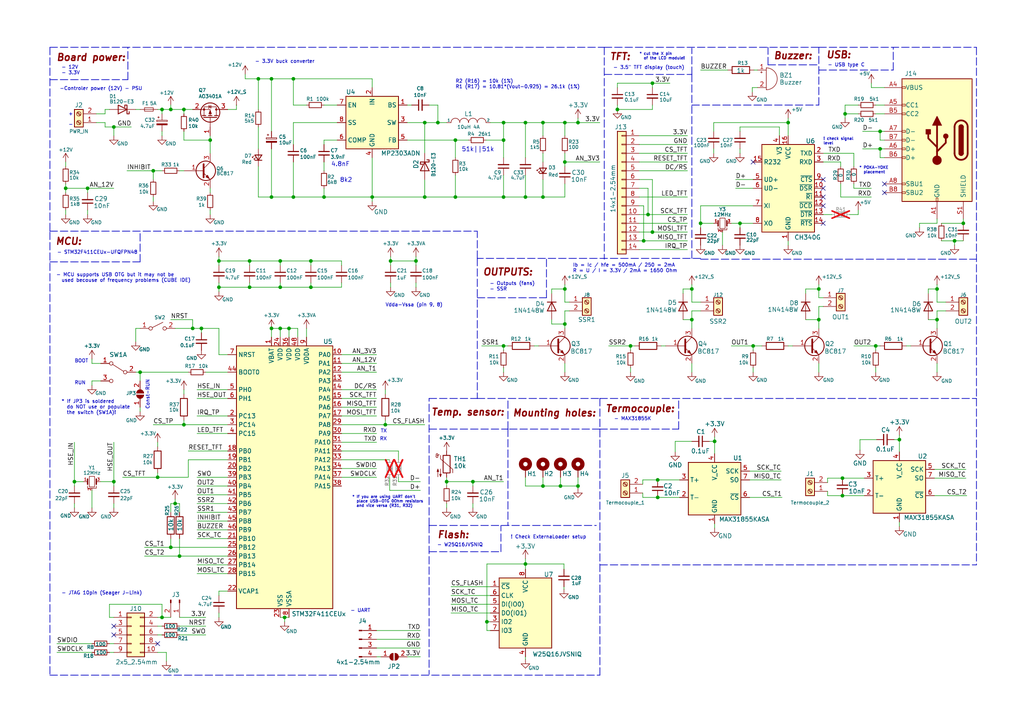
<source format=kicad_sch>
(kicad_sch (version 20231120) (generator "eeschema") (generator_version "8.0")
  (paper "A4")
  (title_block (title "Reflow oven - control PCB") (date "2024-07-21") (rev "2.0") (company "Tinta T."))
  (lib_symbols
    (symbol "+12V_1" (power) (pin_numbers hide) (pin_names (offset 0) hide)
      (property "Value" "+12V" (at 0 3.556 0))
      (symbol "+12V_1_1_1"
        (pin power_in line (at 0 0 90) (length 0) (name "~") (number "1"))
      )
    )
    (symbol "Connector:Conn_01x02_Pin" (pin_names (offset 1.016) hide)
      (property "Reference" "J" (at 0 2.54 0))
      (property "Value" "Conn_01x02_Pin" (at 0 -5.08 0))
      (symbol "Conn_01x02_Pin_1_1"
        (pin passive line (at 5.08 0 180) (length 3.81) (name "Pin_1") (number "1"))
        (pin passive line (at 5.08 -2.54 180) (length 3.81) (name "Pin_2") (number "2"))
      )
    )
    (symbol "Connector:Conn_01x04_Pin" (pin_names (offset 1.016) hide)
      (property "Reference" "J" (at 0 5.08 0))
      (property "Value" "Conn_01x04_Pin" (at 0 -7.62 0))
      (symbol "Conn_01x04_Pin_1_1"
        (pin passive line (at 5.08 2.54 180) (length 3.81) (name "Pin_1") (number "1"))
        (pin passive line (at 5.08 0 180) (length 3.81) (name "Pin_2") (number "2"))
        (pin passive line (at 5.08 -2.54 180) (length 3.81) (name "Pin_3") (number "3"))
        (pin passive line (at 5.08 -5.08 180) (length 3.81) (name "Pin_4") (number "4"))
      )
    )
    (symbol "Connector:Screw_Terminal_01x02" (pin_names (offset 1.016) hide)
      (property "Reference" "J" (at 0 2.54 0))
      (property "Value" "Screw_Terminal_01x02" (at 0 -5.08 0))
      (symbol "Screw_Terminal_01x02_1_1"
        (pin passive line (at -5.08 0 0) (length 3.81) (name "Pin_1") (number "1"))
        (pin passive line (at -5.08 -2.54 0) (length 3.81) (name "Pin_2") (number "2"))
      )
    )
    (symbol "Connector:USB_C_Receptacle_USB2.0" (pin_names (offset 1.016))
      (property "Reference" "J" (at -10.16 19.05 0))
      (property "Value" "USB_C_Receptacle_USB2.0" (at 19.05 19.05 0))
      (symbol "USB_C_Receptacle_USB2.0_1_1"
        (pin passive line (at 0 -22.86 90) (length 5.08) (name "GND") (number "A1"))
        (pin passive line (at 0 -22.86 90) (length 5.08) hide (name "GND") (number "A12"))
        (pin passive line (at 15.24 15.24 180) (length 5.08) (name "VBUS") (number "A4"))
        (pin bidirectional line (at 15.24 10.16 180) (length 5.08) (name "CC1") (number "A5"))
        (pin bidirectional line (at 15.24 -2.54 180) (length 5.08) (name "D+") (number "A6"))
        (pin bidirectional line (at 15.24 2.54 180) (length 5.08) (name "D-") (number "A7"))
        (pin bidirectional line (at 15.24 -12.7 180) (length 5.08) (name "SBU1") (number "A8"))
        (pin passive line (at 15.24 15.24 180) (length 5.08) hide (name "VBUS") (number "A9"))
        (pin passive line (at 0 -22.86 90) (length 5.08) hide (name "GND") (number "B1"))
        (pin passive line (at 0 -22.86 90) (length 5.08) hide (name "GND") (number "B12"))
        (pin passive line (at 15.24 15.24 180) (length 5.08) hide (name "VBUS") (number "B4"))
        (pin bidirectional line (at 15.24 7.62 180) (length 5.08) (name "CC2") (number "B5"))
        (pin bidirectional line (at 15.24 -5.08 180) (length 5.08) (name "D+") (number "B6"))
        (pin bidirectional line (at 15.24 0 180) (length 5.08) (name "D-") (number "B7"))
        (pin bidirectional line (at 15.24 -15.24 180) (length 5.08) (name "SBU2") (number "B8"))
        (pin passive line (at 15.24 15.24 180) (length 5.08) hide (name "VBUS") (number "B9"))
        (pin passive line (at -7.62 -22.86 90) (length 5.08) (name "SHIELD") (number "S1"))
      )
    )
    (symbol "Connector_Generic:Conn_01x14" (pin_names (offset 1.016) hide)
      (property "Reference" "J" (at 0 17.78 0))
      (property "Value" "Conn_01x14" (at 0 -20.32 0))
      (symbol "Conn_01x14_1_1"
        (pin passive line (at -5.08 15.24 0) (length 3.81) (name "Pin_1") (number "1"))
        (pin passive line (at -5.08 -7.62 0) (length 3.81) (name "Pin_10") (number "10"))
        (pin passive line (at -5.08 -10.16 0) (length 3.81) (name "Pin_11") (number "11"))
        (pin passive line (at -5.08 -12.7 0) (length 3.81) (name "Pin_12") (number "12"))
        (pin passive line (at -5.08 -15.24 0) (length 3.81) (name "Pin_13") (number "13"))
        (pin passive line (at -5.08 -17.78 0) (length 3.81) (name "Pin_14") (number "14"))
        (pin passive line (at -5.08 12.7 0) (length 3.81) (name "Pin_2") (number "2"))
        (pin passive line (at -5.08 10.16 0) (length 3.81) (name "Pin_3") (number "3"))
        (pin passive line (at -5.08 7.62 0) (length 3.81) (name "Pin_4") (number "4"))
        (pin passive line (at -5.08 5.08 0) (length 3.81) (name "Pin_5") (number "5"))
        (pin passive line (at -5.08 2.54 0) (length 3.81) (name "Pin_6") (number "6"))
        (pin passive line (at -5.08 0 0) (length 3.81) (name "Pin_7") (number "7"))
        (pin passive line (at -5.08 -2.54 0) (length 3.81) (name "Pin_8") (number "8"))
        (pin passive line (at -5.08 -5.08 0) (length 3.81) (name "Pin_9") (number "9"))
      )
    )
    (symbol "Connector_Generic:Conn_02x05_Odd_Even" (pin_names (offset 1.016) hide)
      (property "Reference" "J" (at 1.27 7.62 0))
      (property "Value" "Conn_02x05_Odd_Even" (at 1.27 -7.62 0))
      (symbol "Conn_02x05_Odd_Even_1_1"
        (pin passive line (at -5.08 5.08 0) (length 3.81) (name "Pin_1") (number "1"))
        (pin passive line (at 7.62 -5.08 180) (length 3.81) (name "Pin_10") (number "10"))
        (pin passive line (at 7.62 5.08 180) (length 3.81) (name "Pin_2") (number "2"))
        (pin passive line (at -5.08 2.54 0) (length 3.81) (name "Pin_3") (number "3"))
        (pin passive line (at 7.62 2.54 180) (length 3.81) (name "Pin_4") (number "4"))
        (pin passive line (at -5.08 0 0) (length 3.81) (name "Pin_5") (number "5"))
        (pin passive line (at 7.62 0 180) (length 3.81) (name "Pin_6") (number "6"))
        (pin passive line (at -5.08 -2.54 0) (length 3.81) (name "Pin_7") (number "7"))
        (pin passive line (at 7.62 -2.54 180) (length 3.81) (name "Pin_8") (number "8"))
        (pin passive line (at -5.08 -5.08 0) (length 3.81) (name "Pin_9") (number "9"))
      )
    )
    (symbol "Device:Buzzer" (pin_names (offset 0.0254) hide)
      (property "Reference" "BZ" (at 3.81 1.27 0))
      (property "Value" "Buzzer" (at 3.81 -1.27 0))
      (symbol "Buzzer_1_1"
        (pin passive line (at -2.54 2.54 0) (length 2.54) (name "-") (number "1"))
        (pin passive line (at -2.54 -2.54 0) (length 2.54) (name "+") (number "2"))
      )
    )
    (symbol "Device:C_Polarized_Small" (pin_numbers hide) (pin_names (offset 0.254) hide)
      (property "Reference" "C" (at 0.254 1.778 0))
      (property "Value" "C_Polarized_Small" (at 0.254 -2.032 0))
      (symbol "C_Polarized_Small_1_1"
        (pin passive line (at 0 2.54 270) (length 1.8542) (name "~") (number "1"))
        (pin passive line (at 0 -2.54 90) (length 1.8542) (name "~") (number "2"))
      )
    )
    (symbol "Device:C_Small" (pin_numbers hide) (pin_names (offset 0.254) hide)
      (property "Reference" "C" (at 0.254 1.778 0))
      (property "Value" "C_Small" (at 0.254 -2.032 0))
      (symbol "C_Small_1_1"
        (pin passive line (at 0 2.54 270) (length 2.032) (name "~") (number "1"))
        (pin passive line (at 0 -2.54 90) (length 2.032) (name "~") (number "2"))
      )
    )
    (symbol "Device:Crystal_GND2_Small" (pin_names (offset 1.016) hide)
      (property "Reference" "Y" (at 0 5.08 0))
      (property "Value" "Crystal_GND2_Small" (at 0 3.175 0))
      (symbol "Crystal_GND2_Small_1_1"
        (pin passive line (at -2.54 0 0) (length 1.27) (name "1") (number "1"))
        (pin passive line (at 0 -2.54 90) (length 0.635) (name "2") (number "2"))
        (pin passive line (at 2.54 0 180) (length 1.27) (name "3") (number "3"))
      )
    )
    (symbol "Device:Fuse_Small" (pin_numbers hide) (pin_names (offset 0.254) hide)
      (property "Reference" "F" (at 0 -1.524 0))
      (property "Value" "Fuse_Small" (at 0 1.524 0))
      (symbol "Fuse_Small_1_1"
        (pin passive line (at -2.54 0 0) (length 1.27) (name "~") (number "1"))
        (pin passive line (at 2.54 0 180) (length 1.27) (name "~") (number "2"))
      )
    )
    (symbol "Device:LED_Small" (pin_numbers hide) (pin_names (offset 0.254) hide)
      (property "Reference" "D" (at -1.27 3.175 0))
      (property "Value" "LED_Small" (at -4.445 -2.54 0))
      (symbol "LED_Small_1_1"
        (pin passive line (at -2.54 0 0) (length 1.778) (name "K") (number "1"))
        (pin passive line (at 2.54 0 180) (length 1.778) (name "A") (number "2"))
      )
    )
    (symbol "Device:R" (pin_numbers hide) (pin_names (offset 0))
      (property "Reference" "R" (at 2.032 0 90))
      (property "Value" "R" (at 0 0 90))
      (symbol "R_1_1"
        (pin passive line (at 0 3.81 270) (length 1.27) (name "~") (number "1"))
        (pin passive line (at 0 -3.81 90) (length 1.27) (name "~") (number "2"))
      )
    )
    (symbol "Device:R_Small" (pin_numbers hide) (pin_names (offset 0.254) hide)
      (property "Reference" "R" (at 0.762 0.508 0))
      (property "Value" "R_Small" (at 0.762 -1.016 0))
      (symbol "R_Small_1_1"
        (pin passive line (at 0 2.54 270) (length 0.762) (name "~") (number "1"))
        (pin passive line (at 0 -2.54 90) (length 0.762) (name "~") (number "2"))
      )
    )
    (symbol "Device:Thermistor_NTC" (pin_numbers hide) (pin_names (offset 0))
      (property "Reference" "TH" (at -4.445 0 90))
      (property "Value" "Thermistor_NTC" (at 3.175 0 90))
      (symbol "Thermistor_NTC_1_1"
        (pin passive line (at 0 3.81 270) (length 1.27) (name "~") (number "1"))
        (pin passive line (at 0 -3.81 90) (length 1.27) (name "~") (number "2"))
      )
    )
    (symbol "Diode:1N4148W" (pin_numbers hide) (pin_names hide)
      (property "Reference" "D" (at 0 2.54 0))
      (property "Value" "1N4148W" (at 0 -2.54 0))
      (symbol "1N4148W_1_1"
        (pin passive line (at -3.81 0 0) (length 2.54) (name "K") (number "1"))
        (pin passive line (at 3.81 0 180) (length 2.54) (name "A") (number "2"))
      )
    )
    (symbol "Diode:B120-E3" (pin_numbers hide) (pin_names hide)
      (property "Reference" "D" (at 0 2.54 0))
      (property "Value" "B120-E3" (at 0 -2.54 0))
      (symbol "B120-E3_1_1"
        (pin passive line (at -3.81 0 0) (length 2.54) (name "K") (number "1"))
        (pin passive line (at 3.81 0 180) (length 2.54) (name "A") (number "2"))
      )
    )
    (symbol "Interface_USB:CH340G"
      (property "Reference" "U" (at -5.08 13.97 0))
      (property "Value" "CH340G" (at 1.27 13.97 0))
      (symbol "CH340G_1_1"
        (pin power_in line (at 0 -15.24 90) (length 2.54) (name "GND") (number "1"))
        (pin input line (at 10.16 0 180) (length 2.54) (name "~{DSR}") (number "10"))
        (pin input line (at 10.16 -2.54 180) (length 2.54) (name "~{RI}") (number "11"))
        (pin input line (at 10.16 -5.08 180) (length 2.54) (name "~{DCD}") (number "12"))
        (pin output line (at 10.16 -7.62 180) (length 2.54) (name "~{DTR}") (number "13"))
        (pin output line (at 10.16 -10.16 180) (length 2.54) (name "~{RTS}") (number "14"))
        (pin input line (at -10.16 7.62 0) (length 2.54) (name "R232") (number "15"))
        (pin power_in line (at 0 15.24 270) (length 2.54) (name "VCC") (number "16"))
        (pin output line (at 10.16 10.16 180) (length 2.54) (name "TXD") (number "2"))
        (pin input line (at 10.16 7.62 180) (length 2.54) (name "RXD") (number "3"))
        (pin passive line (at -2.54 15.24 270) (length 2.54) (name "V3") (number "4"))
        (pin bidirectional line (at -10.16 2.54 0) (length 2.54) (name "UD+") (number "5"))
        (pin bidirectional line (at -10.16 0 0) (length 2.54) (name "UD-") (number "6"))
        (pin input line (at -10.16 -5.08 0) (length 2.54) (name "XI") (number "7"))
        (pin output line (at -10.16 -10.16 0) (length 2.54) (name "XO") (number "8"))
        (pin input line (at 10.16 2.54 180) (length 2.54) (name "~{CTS}") (number "9"))
      )
    )
    (symbol "Jumper:SolderJumper_2_Open" (pin_names (offset 0) hide)
      (property "Reference" "JP" (at 0 2.032 0))
      (property "Value" "SolderJumper_2_Open" (at 0 -2.54 0))
      (symbol "SolderJumper_2_Open_1_1"
        (pin passive line (at -3.81 0 0) (length 2.54) (name "A") (number "1"))
        (pin passive line (at 3.81 0 180) (length 2.54) (name "B") (number "2"))
      )
    )
    (symbol "MCU_ST_STM32F4:STM32F411CEUx"
      (property "Reference" "U" (at -12.7 39.37 0))
      (property "Value" "STM32F411CEUx" (at 10.16 39.37 0))
      (symbol "STM32F411CEUx_1_1"
        (pin power_in line (at -2.54 40.64 270) (length 2.54) (name "VBAT") (number "1"))
        (pin bidirectional line (at 17.78 35.56 180) (length 2.54) (name "PA0") (number "10"))
        (pin bidirectional line (at 17.78 33.02 180) (length 2.54) (name "PA1") (number "11"))
        (pin bidirectional line (at 17.78 30.48 180) (length 2.54) (name "PA2") (number "12"))
        (pin bidirectional line (at 17.78 27.94 180) (length 2.54) (name "PA3") (number "13"))
        (pin bidirectional line (at 17.78 25.4 180) (length 2.54) (name "PA4") (number "14"))
        (pin bidirectional line (at 17.78 22.86 180) (length 2.54) (name "PA5") (number "15"))
        (pin bidirectional line (at 17.78 20.32 180) (length 2.54) (name "PA6") (number "16"))
        (pin bidirectional line (at 17.78 17.78 180) (length 2.54) (name "PA7") (number "17"))
        (pin bidirectional line (at -15.24 7.62 0) (length 2.54) (name "PB0") (number "18"))
        (pin bidirectional line (at -15.24 5.08 0) (length 2.54) (name "PB1") (number "19"))
        (pin bidirectional line (at -15.24 17.78 0) (length 2.54) (name "PC13") (number "2"))
        (pin bidirectional line (at -15.24 2.54 0) (length 2.54) (name "PB2") (number "20"))
        (pin bidirectional line (at -15.24 -17.78 0) (length 2.54) (name "PB10") (number "21"))
        (pin power_out line (at -15.24 -33.02 0) (length 2.54) (name "VCAP1") (number "22"))
        (pin power_in line (at 0 -40.64 90) (length 2.54) (name "VSS") (number "23"))
        (pin power_in line (at 0 40.64 270) (length 2.54) (name "VDD") (number "24"))
        (pin bidirectional line (at -15.24 -20.32 0) (length 2.54) (name "PB12") (number "25"))
        (pin bidirectional line (at -15.24 -22.86 0) (length 2.54) (name "PB13") (number "26"))
        (pin bidirectional line (at -15.24 -25.4 0) (length 2.54) (name "PB14") (number "27"))
        (pin bidirectional line (at -15.24 -27.94 0) (length 2.54) (name "PB15") (number "28"))
        (pin bidirectional line (at 17.78 15.24 180) (length 2.54) (name "PA8") (number "29"))
        (pin bidirectional line (at -15.24 15.24 0) (length 2.54) (name "PC14") (number "3"))
        (pin bidirectional line (at 17.78 12.7 180) (length 2.54) (name "PA9") (number "30"))
        (pin bidirectional line (at 17.78 10.16 180) (length 2.54) (name "PA10") (number "31"))
        (pin bidirectional line (at 17.78 7.62 180) (length 2.54) (name "PA11") (number "32"))
        (pin bidirectional line (at 17.78 5.08 180) (length 2.54) (name "PA12") (number "33"))
        (pin bidirectional line (at 17.78 2.54 180) (length 2.54) (name "PA13") (number "34"))
        (pin passive line (at 0 -40.64 90) (length 2.54) hide (name "VSS") (number "35"))
        (pin power_in line (at 2.54 40.64 270) (length 2.54) (name "VDD") (number "36"))
        (pin bidirectional line (at 17.78 0 180) (length 2.54) (name "PA14") (number "37"))
        (pin bidirectional line (at 17.78 -2.54 180) (length 2.54) (name "PA15") (number "38"))
        (pin bidirectional line (at -15.24 0 0) (length 2.54) (name "PB3") (number "39"))
        (pin bidirectional line (at -15.24 12.7 0) (length 2.54) (name "PC15") (number "4"))
        (pin bidirectional line (at -15.24 -2.54 0) (length 2.54) (name "PB4") (number "40"))
        (pin bidirectional line (at -15.24 -5.08 0) (length 2.54) (name "PB5") (number "41"))
        (pin bidirectional line (at -15.24 -7.62 0) (length 2.54) (name "PB6") (number "42"))
        (pin bidirectional line (at -15.24 -10.16 0) (length 2.54) (name "PB7") (number "43"))
        (pin input line (at -15.24 30.48 0) (length 2.54) (name "BOOT0") (number "44"))
        (pin bidirectional line (at -15.24 -12.7 0) (length 2.54) (name "PB8") (number "45"))
        (pin bidirectional line (at -15.24 -15.24 0) (length 2.54) (name "PB9") (number "46"))
        (pin passive line (at 0 -40.64 90) (length 2.54) hide (name "VSS") (number "47"))
        (pin power_in line (at 5.08 40.64 270) (length 2.54) (name "VDD") (number "48"))
        (pin passive line (at 0 -40.64 90) (length 2.54) hide (name "VSS") (number "49"))
        (pin bidirectional line (at -15.24 25.4 0) (length 2.54) (name "PH0") (number "5"))
        (pin bidirectional line (at -15.24 22.86 0) (length 2.54) (name "PH1") (number "6"))
        (pin input line (at -15.24 35.56 0) (length 2.54) (name "NRST") (number "7"))
        (pin power_in line (at 2.54 -40.64 90) (length 2.54) (name "VSSA") (number "8"))
        (pin power_in line (at 7.62 40.64 270) (length 2.54) (name "VDDA") (number "9"))
      )
    )
    (symbol "Mechanical:MountingHole_Pad" (pin_numbers hide) (pin_names (offset 1.016) hide)
      (property "Reference" "H" (at 0 6.35 0))
      (property "Value" "MountingHole_Pad" (at 0 4.445 0))
      (symbol "MountingHole_Pad_1_1"
        (pin input line (at 0 -2.54 90) (length 2.54) (name "1") (number "1"))
      )
    )
    (symbol "Memory_Flash:W25Q32JVSS"
      (property "Reference" "U" (at -6.35 11.43 0))
      (property "Value" "W25Q32JVSS" (at 7.62 11.43 0))
      (symbol "W25Q32JVSS_1_1"
        (pin input line (at -10.16 7.62 0) (length 2.54) (name "~{CS}") (number "1"))
        (pin bidirectional line (at -10.16 0 0) (length 2.54) (name "DO(IO1)") (number "2"))
        (pin bidirectional line (at -10.16 -2.54 0) (length 2.54) (name "IO2") (number "3"))
        (pin power_in line (at 0 -12.7 90) (length 2.54) (name "GND") (number "4"))
        (pin bidirectional line (at -10.16 2.54 0) (length 2.54) (name "DI(IO0)") (number "5"))
        (pin input line (at -10.16 5.08 0) (length 2.54) (name "CLK") (number "6"))
        (pin bidirectional line (at -10.16 -5.08 0) (length 2.54) (name "IO3") (number "7"))
        (pin power_in line (at 0 12.7 270) (length 2.54) (name "VCC") (number "8"))
      )
    )
    (symbol "Regulator_Switching:MP2303ADN"
      (property "Reference" "U" (at -7.366 8.636 0))
      (property "Value" "MP2303ADN" (at 7.62 8.89 0))
      (symbol "MP2303ADN_1_1"
        (pin passive line (at 10.16 5.08 180) (length 2.54) (name "BS") (number "1"))
        (pin power_in line (at 0 10.16 270) (length 2.54) (name "IN") (number "2"))
        (pin output line (at 10.16 0 180) (length 2.54) (name "SW") (number "3"))
        (pin power_in line (at 0 -10.16 90) (length 2.54) (name "GND") (number "4"))
        (pin input line (at 10.16 -5.08 180) (length 2.54) (name "FB") (number "5"))
        (pin passive line (at -10.16 -5.08 0) (length 2.54) (name "COMP") (number "6"))
        (pin input line (at -10.16 5.08 0) (length 2.54) (name "EN") (number "7"))
        (pin input line (at -10.16 0 0) (length 2.54) (name "SS") (number "8"))
      )
    )
    (symbol "Sensor_Temperature:MAX31855KASA"
      (property "Reference" "U" (at -7.62 8.89 0))
      (property "Value" "MAX31855KASA" (at 1.27 8.89 0))
      (symbol "MAX31855KASA_1_1"
        (pin power_in line (at 0 -10.16 90) (length 2.54) (name "GND") (number "1"))
        (pin passive line (at -10.16 -2.54 0) (length 2.54) (name "T-") (number "2"))
        (pin passive line (at -10.16 2.54 0) (length 2.54) (name "T+") (number "3"))
        (pin power_in line (at 0 10.16 270) (length 2.54) (name "V_CC") (number "4"))
        (pin input line (at 10.16 5.08 180) (length 2.54) (name "SCK") (number "5"))
        (pin input line (at 10.16 -2.54 180) (length 2.54) (name "~{CS}") (number "6"))
        (pin tri_state line (at 10.16 2.54 180) (length 2.54) (name "SO") (number "7"))
      )
    )
    (symbol "Switch:SW_DPDT_x2" (pin_names (offset 0) hide)
      (property "Reference" "SW" (at 0 4.318 0))
      (property "Value" "SW_DPDT_x2" (at 0 -5.08 0))
      (symbol "SW_DPDT_x2_1_1"
        (pin passive line (at 5.08 2.54 180) (length 2.54) (name "A") (number "1"))
        (pin passive line (at -5.08 0 0) (length 2.54) (name "B") (number "2"))
        (pin passive line (at 5.08 -2.54 180) (length 2.54) (name "C") (number "3"))
      )
      (symbol "SW_DPDT_x2_2_1"
        (pin passive line (at 5.08 2.54 180) (length 2.54) (name "A") (number "4"))
        (pin passive line (at -5.08 0 0) (length 2.54) (name "B") (number "5"))
        (pin passive line (at 5.08 -2.54 180) (length 2.54) (name "C") (number "6"))
      )
    )
    (symbol "Switch:SW_SPST" (pin_names (offset 0) hide)
      (property "Reference" "SW" (at 0 3.175 0))
      (property "Value" "SW_SPST" (at 0 -2.54 0))
      (symbol "SW_SPST_1_1"
        (pin passive line (at -5.08 0 0) (length 2.54) (name "A") (number "1"))
        (pin passive line (at 5.08 0 180) (length 2.54) (name "B") (number "2"))
      )
    )
    (symbol "Transistor_BJT:BC817" (pin_names (offset 0) hide)
      (property "Reference" "Q" (at 5.08 1.905 0))
      (property "Value" "BC817" (at 5.08 0 0))
      (symbol "BC817_1_1"
        (pin input line (at -5.08 0 0) (length 5.715) (name "B") (number "1"))
        (pin passive line (at 2.54 -5.08 90) (length 2.54) (name "E") (number "2"))
        (pin passive line (at 2.54 5.08 270) (length 2.54) (name "C") (number "3"))
      )
    )
    (symbol "Transistor_FET:AO3401A" (pin_names hide)
      (property "Reference" "Q" (at 5.08 1.905 0))
      (property "Value" "AO3401A" (at 5.08 0 0))
      (symbol "AO3401A_1_1"
        (pin input line (at -5.08 0 0) (length 2.54) (name "G") (number "1"))
        (pin passive line (at 2.54 -5.08 90) (length 2.54) (name "S") (number "2"))
        (pin passive line (at 2.54 5.08 270) (length 2.54) (name "D") (number "3"))
      )
    )
    (symbol "power:+12V" (power) (pin_names (offset 0))
      (property "Value" "+12V" (at 0 3.556 0))
      (symbol "+12V_1_1"
        (pin power_in line (at 0 0 90) (length 0) hide (name "+12V") (number "1"))
      )
    )
    (symbol "power:+3.3V" (power) (pin_names (offset 0))
      (property "Value" "+3.3V" (at 0 3.556 0))
      (symbol "+3.3V_1_1"
        (pin power_in line (at 0 0 90) (length 0) hide (name "+3.3V") (number "1"))
      )
    )
    (symbol "power:+3.3VA" (power) (pin_names (offset 0))
      (property "Value" "+3.3VA" (at 0 3.556 0))
      (symbol "+3.3VA_1_1"
        (pin power_in line (at 0 0 90) (length 0) hide (name "+3.3VA") (number "1"))
      )
    )
    (symbol "power:GND" (power) (pin_names (offset 0))
      (property "Value" "GND" (at 0 -3.81 0))
      (symbol "GND_1_1"
        (pin power_in line (at 0 0 270) (length 0) hide (name "GND") (number "1"))
      )
    )
    (symbol "pspice:INDUCTOR" (pin_numbers hide) (pin_names (offset 0))
      (property "Reference" "L" (at 0 2.54 0))
      (property "Value" "INDUCTOR" (at 0 -1.27 0))
      (symbol "INDUCTOR_1_1"
        (pin input line (at -6.35 0 0) (length 1.27) (name "1") (number "1"))
        (pin input line (at 6.35 0 180) (length 1.27) (name "2") (number "2"))
      )
    )
  )
  (junction (at 163.83 93.98))
  (junction (at 33.02 139.7))
  (junction (at 244.348 138.684))
  (junction (at 137.16 139.7))
  (junction (at 63.5 75.692))
  (junction (at 85.09 57.15))
  (junction (at 44.45 49.53))
  (junction (at 255.27 38.1))
  (junction (at 200.66 83.82))
  (junction (at 228.6 35.56))
  (junction (at 74.93 22.86))
  (junction (at 40.64 107.95))
  (junction (at 55.88 95.25))
  (junction (at 146.05 100.33))
  (junction (at 132.08 40.64))
  (junction (at 85.09 22.86))
  (junction (at 81.28 75.692))
  (junction (at 260.858 127.508))
  (junction (at 279.4 64.77))
  (junction (at 107.95 57.15))
  (junction (at 157.48 140.97))
  (junction (at 189.23 24.13))
  (junction (at 207.264 128.016))
  (junction (at 81.28 83.312))
  (junction (at 129.54 139.7))
  (junction (at 182.88 100.33))
  (junction (at 25.4 54.61))
  (junction (at 132.08 57.15))
  (junction (at 53.34 31.75))
  (junction (at 167.64 35.56))
  (junction (at 167.64 140.97))
  (junction (at 78.74 57.15))
  (junction (at 237.49 92.71))
  (junction (at 245.11 33.02))
  (junction (at 120.65 75.692))
  (junction (at 19.05 54.61))
  (junction (at 53.34 123.19))
  (junction (at 203.2 64.77))
  (junction (at 60.96 40.64))
  (junction (at 157.48 57.15))
  (junction (at 93.98 57.15))
  (junction (at 244.348 143.764))
  (junction (at 200.66 92.71))
  (junction (at 163.83 83.82))
  (junction (at 90.17 83.312))
  (junction (at 163.83 46.99))
  (junction (at 162.56 140.97))
  (junction (at 157.48 35.56))
  (junction (at 163.83 35.56))
  (junction (at 146.05 35.56))
  (junction (at 271.78 92.71))
  (junction (at 152.4 57.15))
  (junction (at 45.72 138.43))
  (junction (at 113.284 75.692))
  (junction (at 254 100.33))
  (junction (at 21.59 139.7))
  (junction (at 271.78 83.82))
  (junction (at 90.17 75.692))
  (junction (at 82.55 179.07))
  (junction (at 127 35.56))
  (junction (at 189.23 67.31))
  (junction (at 276.86 69.85))
  (junction (at 214.63 64.77))
  (junction (at 81.28 95.25))
  (junction (at 72.39 75.692))
  (junction (at 186.69 69.85))
  (junction (at 78.74 95.25))
  (junction (at 190.754 139.192))
  (junction (at 50.8 146.05))
  (junction (at 187.96 62.23))
  (junction (at 58.42 95.25))
  (junction (at 52.07 161.29))
  (junction (at 146.05 57.15))
  (junction (at 33.02 36.83))
  (junction (at 123.19 35.56))
  (junction (at 237.49 83.82))
  (junction (at 49.53 158.75))
  (junction (at 255.27 43.18))
  (junction (at 146.05 40.64))
  (junction (at 83.82 95.25))
  (junction (at 141.224 180.34))
  (junction (at 72.39 83.312))
  (junction (at 190.754 144.272))
  (junction (at 123.19 57.15))
  (junction (at 152.4 163.576))
  (junction (at 218.44 100.33))
  (junction (at 49.53 31.75))
  (junction (at 46.99 179.07))
  (junction (at 152.4 35.56))
  (junction (at 63.5 83.312))
  (junction (at 46.99 31.75))
  (junction (at 179.07 31.75))
  (junction (at 111.76 123.19))
  (junction (at 78.74 22.86))
  (no_connect (at 238.76 64.77))
  (no_connect (at 238.76 57.15))
  (no_connect (at 218.44 46.99))
  (no_connect (at 238.76 52.07))
  (no_connect (at 238.76 59.69))
  (no_connect (at 45.72 186.69))
  (no_connect (at 256.54 55.88))
  (no_connect (at 238.76 54.61))
  (no_connect (at 33.02 181.61))
  (no_connect (at 256.54 53.34))
  (no_connect (at 33.02 184.15))
  (wire (pts (xy 53.34 113.03) (xy 53.34 114.3)))
  (polyline (pts (xy 147.32 124.46) (xy 147.32 152.4)) (stroke (width 0.2) (type dash)))
  (polyline (pts (xy 283.21 115.57) (xy 283.21 163.83)) (stroke (width 0.2) (type dash)))
  (wire (pts (xy 163.576 170.18) (xy 163.576 170.942)))
  (wire (pts (xy 21.59 139.7) (xy 24.13 139.7)))
  (wire (pts (xy 72.39 75.692) (xy 63.5 75.692)))
  (wire (pts (xy 200.66 87.63) (xy 200.66 83.82)))
  (wire (pts (xy 130.81 175.26) (xy 142.24 175.26)))
  (wire (pts (xy 237.49 88.9) (xy 237.49 92.71)))
  (wire (pts (xy 127 35.56) (xy 129.54 35.56)))
  (wire (pts (xy 54.61 133.35) (xy 54.61 138.43)))
  (wire (pts (xy 21.59 146.05) (xy 21.59 147.32)))
  (wire (pts (xy 186.436 140.462) (xy 186.436 139.192)))
  (wire (pts (xy 269.24 92.71) (xy 271.78 92.71)))
  (wire (pts (xy 85.09 22.86) (xy 107.95 22.86)))
  (wire (pts (xy 123.19 35.56) (xy 127 35.56)))
  (wire (pts (xy 48.26 189.23) (xy 48.26 191.77)))
  (wire (pts (xy 49.53 158.75) (xy 66.04 158.75)))
  (wire (pts (xy 163.83 44.45) (xy 163.83 46.99)))
  (wire (pts (xy 240.03 143.764) (xy 244.348 143.764)))
  (wire (pts (xy 179.07 24.13) (xy 189.23 24.13)))
  (wire (pts (xy 186.436 143.002) (xy 186.436 144.272)))
  (wire (pts (xy 57.15 115.57) (xy 66.04 115.57)))
  (wire (pts (xy 157.48 44.45) (xy 157.48 46.99)))
  (wire (pts (xy 107.95 45.72) (xy 107.95 57.15)))
  (wire (pts (xy 55.88 92.71) (xy 55.88 95.25)))
  (wire (pts (xy 233.68 92.71) (xy 237.49 92.71)))
  (wire (pts (xy 203.2 64.77) (xy 207.01 64.77)))
  (wire (pts (xy 233.68 83.82) (xy 237.49 83.82)))
  (wire (pts (xy 30.48 31.75) (xy 31.75 31.75)))
  (polyline (pts (xy 14.478 13.716) (xy 175.26 13.716)) (stroke (width 0.2) (type dash)))
  (wire (pts (xy 26.67 110.49) (xy 26.67 111.76)))
  (wire (pts (xy 33.02 39.37) (xy 33.02 36.83)))
  (wire (pts (xy 254 30.48) (xy 256.54 30.48)))
  (wire (pts (xy 57.15 125.73) (xy 66.04 125.73)))
  (wire (pts (xy 266.7 64.77) (xy 266.7 66.04)))
  (wire (pts (xy 214.63 38.1) (xy 214.63 36.83)))
  (wire (pts (xy 200.66 95.25) (xy 200.66 92.71)))
  (wire (pts (xy 109.22 187.96) (xy 121.92 187.96)))
  (polyline (pts (xy 124.46 160.02) (xy 145.288 160.02)) (stroke (width 0.2) (type dash)))
  (wire (pts (xy 185.42 64.77) (xy 199.39 64.77)))
  (wire (pts (xy 52.07 156.21) (xy 52.07 161.29)))
  (wire (pts (xy 245.11 34.29) (xy 245.11 33.02)))
  (wire (pts (xy 45.72 31.75) (xy 46.99 31.75)))
  (wire (pts (xy 187.96 54.61) (xy 185.42 54.61)))
  (wire (pts (xy 40.64 95.25) (xy 39.37 95.25)))
  (wire (pts (xy 255.27 45.72) (xy 256.54 45.72)))
  (wire (pts (xy 57.15 153.67) (xy 66.04 153.67)))
  (wire (pts (xy 185.42 62.23) (xy 187.96 62.23)))
  (polyline (pts (xy 222.758 18.796) (xy 222.758 13.716)) (stroke (width 0.2) (type dash)))
  (polyline (pts (xy 138.43 74.93) (xy 138.43 115.57)) (stroke (width 0.2) (type dash)))
  (wire (pts (xy 130.81 177.8) (xy 142.24 177.8)))
  (wire (pts (xy 217.424 144.272) (xy 226.822 144.272)))
  (wire (pts (xy 203.2 87.63) (xy 200.66 87.63)))
  (wire (pts (xy 99.06 75.692) (xy 90.17 75.692)))
  (wire (pts (xy 228.6 34.29) (xy 228.6 35.56)))
  (wire (pts (xy 129.54 139.7) (xy 129.54 140.97)))
  (wire (pts (xy 163.83 48.26) (xy 163.83 46.99)))
  (wire (pts (xy 99.06 125.73) (xy 109.22 125.73)))
  (wire (pts (xy 237.49 83.82) (xy 237.49 86.36)))
  (wire (pts (xy 19.05 46.99) (xy 19.05 48.26)))
  (wire (pts (xy 203.2 59.69) (xy 218.44 59.69)))
  (wire (pts (xy 157.48 140.97) (xy 152.4 140.97)))
  (wire (pts (xy 271.78 90.17) (xy 274.32 90.17)))
  (wire (pts (xy 152.4 162.052) (xy 152.4 163.576)))
  (polyline (pts (xy 175.26 13.716) (xy 175.26 75.184)) (stroke (width 0.2) (type dash)))
  (polyline (pts (xy 173.99 124.46) (xy 196.85 124.46)) (stroke (width 0.2) (type dash)))
  (wire (pts (xy 185.42 44.45) (xy 199.39 44.45)))
  (wire (pts (xy 25.4 54.61) (xy 25.4 55.88)))
  (wire (pts (xy 39.37 107.95) (xy 40.64 107.95)))
  (wire (pts (xy 52.07 161.29) (xy 66.04 161.29)))
  (wire (pts (xy 53.34 31.75) (xy 55.88 31.75)))
  (wire (pts (xy 57.15 148.59) (xy 66.04 148.59)))
  (wire (pts (xy 99.06 102.87) (xy 109.22 102.87)))
  (wire (pts (xy 90.17 82.042) (xy 90.17 83.312)))
  (wire (pts (xy 146.05 57.15) (xy 152.4 57.15)))
  (wire (pts (xy 203.2 64.77) (xy 203.2 66.04)))
  (wire (pts (xy 74.93 22.86) (xy 78.74 22.86)))
  (wire (pts (xy 83.82 95.25) (xy 86.36 95.25)))
  (wire (pts (xy 33.02 179.07) (xy 31.75 179.07)))
  (wire (pts (xy 186.69 59.69) (xy 186.69 69.85)))
  (wire (pts (xy 271.78 83.82) (xy 271.78 82.55)))
  (wire (pts (xy 107.95 22.86) (xy 107.95 25.4)))
  (wire (pts (xy 115.57 139.7) (xy 121.92 139.7)))
  (wire (pts (xy 115.57 138.43) (xy 115.57 139.7)))
  (wire (pts (xy 276.86 69.85) (xy 279.4 69.85)))
  (wire (pts (xy 81.28 95.25) (xy 81.28 97.79)))
  (polyline (pts (xy 200.66 30.48) (xy 237.49 30.48)) (stroke (width 0.2) (type dash)))
  (wire (pts (xy 33.02 128.27) (xy 33.02 139.7)))
  (wire (pts (xy 93.98 54.61) (xy 93.98 57.15)))
  (wire (pts (xy 123.19 44.45) (xy 123.19 35.56)))
  (wire (pts (xy 260.858 151.384) (xy 260.858 152.654)))
  (wire (pts (xy 40.64 107.95) (xy 54.61 107.95)))
  (wire (pts (xy 45.72 179.07) (xy 46.99 179.07)))
  (wire (pts (xy 226.06 36.83) (xy 226.06 39.37)))
  (wire (pts (xy 190.754 144.272) (xy 197.104 144.272)))
  (wire (pts (xy 63.5 102.87) (xy 66.04 102.87)))
  (wire (pts (xy 85.09 35.56) (xy 85.09 41.91)))
  (wire (pts (xy 113.284 75.692) (xy 113.284 76.962)))
  (wire (pts (xy 127 30.48) (xy 127 35.56)))
  (wire (pts (xy 213.36 52.07) (xy 218.44 52.07)))
  (wire (pts (xy 113.03 138.43) (xy 113.03 142.24)))
  (wire (pts (xy 31.75 189.23) (xy 33.02 189.23)))
  (wire (pts (xy 74.93 57.15) (xy 78.74 57.15)))
  (wire (pts (xy 240.03 142.494) (xy 240.03 143.764)))
  (wire (pts (xy 182.88 100.33) (xy 184.15 100.33)))
  (wire (pts (xy 63.5 179.07) (xy 63.5 177.8)))
  (wire (pts (xy 209.55 67.31) (xy 209.55 71.12)))
  (wire (pts (xy 269.24 85.09) (xy 269.24 83.82)))
  (wire (pts (xy 238.76 46.99) (xy 243.84 46.99)))
  (wire (pts (xy 207.264 151.892) (xy 207.264 153.162)))
  (polyline (pts (xy 14.478 75.946) (xy 40.64 75.946)) (stroke (width 0.2) (type dash)))
  (wire (pts (xy 199.39 41.91) (xy 185.42 41.91)))
  (wire (pts (xy 228.6 69.85) (xy 228.6 71.12)))
  (wire (pts (xy 115.57 133.35) (xy 115.57 130.81)))
  (wire (pts (xy 163.83 93.98) (xy 163.83 90.17)))
  (wire (pts (xy 240.03 139.954) (xy 240.03 138.684)))
  (wire (pts (xy 44.45 123.19) (xy 53.34 123.19)))
  (wire (pts (xy 157.48 35.56) (xy 163.83 35.56)))
  (polyline (pts (xy 200.66 74.93) (xy 200.66 30.48)) (stroke (width 0.2) (type dash)))
  (wire (pts (xy 78.74 57.15) (xy 85.09 57.15)))
  (polyline (pts (xy 173.99 115.57) (xy 283.21 115.57)) (stroke (width 0.2) (type dash)))
  (wire (pts (xy 83.82 179.07) (xy 82.55 179.07)))
  (wire (pts (xy 217.424 136.652) (xy 226.568 136.652)))
  (wire (pts (xy 58.42 95.25) (xy 63.5 95.25)))
  (wire (pts (xy 132.08 57.15) (xy 146.05 57.15)))
  (wire (pts (xy 157.48 35.56) (xy 157.48 39.37)))
  (wire (pts (xy 45.72 137.16) (xy 45.72 138.43)))
  (wire (pts (xy 255.27 38.1) (xy 256.54 38.1)))
  (wire (pts (xy 218.44 100.33) (xy 220.98 100.33)))
  (wire (pts (xy 113.03 142.24) (xy 121.92 142.24)))
  (wire (pts (xy 137.16 139.7) (xy 129.54 139.7)))
  (wire (pts (xy 26.67 105.41) (xy 29.21 105.41)))
  (wire (pts (xy 162.56 140.97) (xy 162.56 138.43)))
  (wire (pts (xy 189.23 24.13) (xy 189.23 25.4)))
  (wire (pts (xy 29.21 110.49) (xy 26.67 110.49)))
  (wire (pts (xy 57.15 156.21) (xy 66.04 156.21)))
  (wire (pts (xy 19.05 53.34) (xy 19.05 54.61)))
  (wire (pts (xy 113.284 75.692) (xy 120.65 75.692)))
  (polyline (pts (xy 173.99 163.83) (xy 283.21 163.83)) (stroke (width 0.2) (type dash)))
  (wire (pts (xy 262.89 100.33) (xy 264.16 100.33)))
  (wire (pts (xy 63.5 74.422) (xy 63.5 75.692)))
  (wire (pts (xy 186.69 69.85) (xy 185.42 69.85)))
  (wire (pts (xy 219.71 25.4) (xy 218.186 25.4)))
  (wire (pts (xy 118.11 190.5) (xy 121.92 190.5)))
  (polyline (pts (xy 40.64 75.946) (xy 40.64 67.31)) (stroke (width 0.2) (type dash)))
  (wire (pts (xy 146.05 139.7) (xy 137.16 139.7)))
  (wire (pts (xy 118.11 35.56) (xy 123.19 35.56)))
  (wire (pts (xy 152.4 35.56) (xy 157.48 35.56)))
  (wire (pts (xy 120.65 74.422) (xy 120.65 75.692)))
  (wire (pts (xy 35.56 138.43) (xy 45.72 138.43)))
  (wire (pts (xy 154.94 100.33) (xy 156.21 100.33)))
  (wire (pts (xy 244.348 138.684) (xy 250.698 138.684)))
  (wire (pts (xy 71.12 22.86) (xy 71.12 21.59)))
  (wire (pts (xy 85.09 46.99) (xy 85.09 57.15)))
  (wire (pts (xy 243.84 53.34) (xy 243.84 57.15)))
  (polyline (pts (xy 237.49 20.32) (xy 259.08 20.32)) (stroke (width 0.2) (type dash)))
  (wire (pts (xy 46.99 31.75) (xy 49.53 31.75)))
  (wire (pts (xy 160.02 83.82) (xy 163.83 83.82)))
  (wire (pts (xy 123.19 123.19) (xy 111.76 123.19)))
  (wire (pts (xy 152.4 163.576) (xy 152.4 165.1)))
  (wire (pts (xy 146.05 35.56) (xy 152.4 35.56)))
  (wire (pts (xy 52.07 184.15) (xy 59.69 184.15)))
  (wire (pts (xy 163.576 163.576) (xy 163.576 165.1)))
  (wire (pts (xy 237.49 105.41) (xy 237.49 107.95)))
  (polyline (pts (xy 283.21 13.716) (xy 283.21 115.57)) (stroke (width 0.2) (type dash)))
  (wire (pts (xy 186.436 139.192) (xy 190.754 139.192)))
  (wire (pts (xy 57.15 166.37) (xy 66.04 166.37)))
  (polyline (pts (xy 124.46 115.57) (xy 138.43 115.57)) (stroke (width 0.2) (type dash)))
  (wire (pts (xy 163.83 82.55) (xy 163.83 83.82)))
  (wire (pts (xy 31.75 175.26) (xy 46.99 175.26)))
  (wire (pts (xy 271.78 87.63) (xy 271.78 83.82)))
  (polyline (pts (xy 173.99 115.57) (xy 173.99 163.83)) (stroke (width 0.2) (type dash)))
  (wire (pts (xy 49.53 148.59) (xy 49.53 146.05)))
  (wire (pts (xy 247.65 54.61) (xy 247.65 53.34)))
  (wire (pts (xy 113.284 74.422) (xy 113.284 75.692)))
  (wire (pts (xy 141.224 180.34) (xy 141.224 163.576)))
  (wire (pts (xy 57.15 120.65) (xy 66.04 120.65)))
  (wire (pts (xy 124.46 30.48) (xy 127 30.48)))
  (wire (pts (xy 88.9 95.25) (xy 88.9 97.79)))
  (wire (pts (xy 141.224 163.576) (xy 152.4 163.576)))
  (polyline (pts (xy 124.46 124.46) (xy 147.32 124.46)) (stroke (width 0.2) (type dash)))
  (wire (pts (xy 39.37 31.75) (xy 40.64 31.75)))
  (wire (pts (xy 246.38 62.23) (xy 248.92 62.23)))
  (wire (pts (xy 57.15 113.03) (xy 66.04 113.03)))
  (wire (pts (xy 240.03 138.684) (xy 244.348 138.684)))
  (wire (pts (xy 57.15 140.97) (xy 66.04 140.97)))
  (wire (pts (xy 218.44 106.68) (xy 218.44 107.95)))
  (wire (pts (xy 218.44 100.33) (xy 218.44 101.6)))
  (wire (pts (xy 199.39 39.37) (xy 185.42 39.37)))
  (wire (pts (xy 254 33.02) (xy 256.54 33.02)))
  (wire (pts (xy 33.02 146.05) (xy 33.02 147.32)))
  (wire (pts (xy 72.39 76.962) (xy 72.39 75.692)))
  (wire (pts (xy 146.05 100.33) (xy 147.32 100.33)))
  (wire (pts (xy 141.224 182.88) (xy 142.24 182.88)))
  (wire (pts (xy 167.64 141.732) (xy 167.64 140.97)))
  (wire (pts (xy 130.81 172.72) (xy 142.24 172.72)))
  (wire (pts (xy 45.72 189.23) (xy 48.26 189.23)))
  (wire (pts (xy 57.15 143.51) (xy 66.04 143.51)))
  (wire (pts (xy 60.96 60.96) (xy 60.96 62.23)))
  (wire (pts (xy 152.4 190.5) (xy 152.4 191.262)))
  (wire (pts (xy 271.018 136.144) (xy 280.162 136.144)))
  (wire (pts (xy 182.88 100.33) (xy 182.88 101.6)))
  (polyline (pts (xy 138.43 74.93) (xy 138.43 67.056)) (stroke (width 0.2) (type dash)))
  (wire (pts (xy 255.27 43.18) (xy 255.27 45.72)))
  (wire (pts (xy 50.8 146.05) (xy 50.8 144.78)))
  (wire (pts (xy 185.42 72.39) (xy 199.39 72.39)))
  (wire (pts (xy 247.65 100.33) (xy 254 100.33)))
  (wire (pts (xy 160.02 85.09) (xy 160.02 83.82)))
  (wire (pts (xy 78.74 22.86) (xy 85.09 22.86)))
  (wire (pts (xy 205.74 128.016) (xy 207.264 128.016)))
  (wire (pts (xy 167.64 34.29) (xy 167.64 35.56)))
  (wire (pts (xy 25.4 54.61) (xy 33.02 54.61)))
  (wire (pts (xy 63.5 171.45) (xy 66.04 171.45)))
  (wire (pts (xy 81.28 76.962) (xy 81.28 75.692)))
  (wire (pts (xy 273.05 69.85) (xy 276.86 69.85)))
  (wire (pts (xy 218.186 25.4) (xy 218.186 26.67)))
  (wire (pts (xy 30.48 36.83) (xy 33.02 36.83)))
  (wire (pts (xy 228.6 100.33) (xy 229.87 100.33)))
  (wire (pts (xy 19.05 54.61) (xy 25.4 54.61)))
  (wire (pts (xy 46.99 31.75) (xy 46.99 33.02)))
  (wire (pts (xy 254 106.68) (xy 254 107.95)))
  (wire (pts (xy 44.45 49.53) (xy 44.45 52.07)))
  (wire (pts (xy 260.858 127.508) (xy 260.858 131.064)))
  (wire (pts (xy 60.96 40.64) (xy 60.96 44.45)))
  (wire (pts (xy 53.34 123.19) (xy 66.04 123.19)))
  (wire (pts (xy 81.28 83.312) (xy 72.39 83.312)))
  (wire (pts (xy 78.74 95.25) (xy 78.74 97.79)))
  (wire (pts (xy 81.28 95.25) (xy 78.74 95.25)))
  (wire (pts (xy 60.96 39.37) (xy 60.96 40.64)))
  (wire (pts (xy 203.2 20.32) (xy 211.074 20.32)))
  (wire (pts (xy 99.06 76.962) (xy 99.06 75.692)))
  (wire (pts (xy 179.07 30.48) (xy 179.07 31.75)))
  (wire (pts (xy 90.17 75.692) (xy 81.28 75.692)))
  (wire (pts (xy 163.83 105.41) (xy 163.83 107.95)))
  (wire (pts (xy 190.754 139.192) (xy 197.104 139.192)))
  (polyline (pts (xy 196.85 124.46) (xy 196.85 115.57)) (stroke (width 0.2) (type dash)))
  (wire (pts (xy 99.06 82.042) (xy 99.06 83.312)))
  (wire (pts (xy 49.53 146.05) (xy 50.8 146.05)))
  (wire (pts (xy 271.78 92.71) (xy 271.78 90.17)))
  (wire (pts (xy 19.05 60.96) (xy 19.05 62.23)))
  (wire (pts (xy 57.15 138.43) (xy 66.04 138.43)))
  (wire (pts (xy 36.83 49.53) (xy 44.45 49.53)))
  (wire (pts (xy 185.42 46.99) (xy 199.39 46.99)))
  (wire (pts (xy 213.36 54.61) (xy 218.44 54.61)))
  (wire (pts (xy 250.19 38.1) (xy 255.27 38.1)))
  (polyline (pts (xy 14.478 23.114) (xy 37.084 23.114)) (stroke (width 0.2) (type dash)))
  (wire (pts (xy 195.834 128.016) (xy 200.66 128.016)))
  (wire (pts (xy 132.08 50.8) (xy 132.08 57.15)))
  (wire (pts (xy 54.61 130.81) (xy 66.04 130.81)))
  (wire (pts (xy 141.224 180.34) (xy 141.224 182.88)))
  (wire (pts (xy 81.28 179.07) (xy 82.55 179.07)))
  (wire (pts (xy 249.428 127.508) (xy 254.254 127.508)))
  (wire (pts (xy 137.16 139.7) (xy 137.16 140.97)))
  (polyline (pts (xy 124.46 152.4) (xy 172.974 152.4)) (stroke (width 0.2) (type dash)))
  (wire (pts (xy 207.264 128.016) (xy 207.264 131.572)))
  (wire (pts (xy 21.59 139.7) (xy 21.59 140.97)))
  (wire (pts (xy 160.02 92.71) (xy 160.02 93.98)))
  (wire (pts (xy 39.37 95.25) (xy 39.37 99.06)))
  (wire (pts (xy 30.48 31.75) (xy 30.48 33.02)))
  (wire (pts (xy 120.65 76.962) (xy 120.65 75.692)))
  (wire (pts (xy 52.07 148.59) (xy 52.07 146.05)))
  (wire (pts (xy 29.21 139.7) (xy 33.02 139.7)))
  (polyline (pts (xy 259.08 20.32) (xy 259.08 13.716)) (stroke (width 0.2) (type dash)))
  (wire (pts (xy 74.93 48.26) (xy 74.93 57.15)))
  (wire (pts (xy 237.49 86.36) (xy 238.76 86.36)))
  (wire (pts (xy 72.39 83.312) (xy 63.5 83.312)))
  (wire (pts (xy 49.53 30.48) (xy 49.53 31.75)))
  (wire (pts (xy 189.23 52.07) (xy 189.23 67.31)))
  (wire (pts (xy 271.78 64.77) (xy 271.78 63.5)))
  (wire (pts (xy 152.4 57.15) (xy 157.48 57.15)))
  (wire (pts (xy 68.58 31.75) (xy 68.58 30.48)))
  (wire (pts (xy 90.17 83.312) (xy 81.28 83.312)))
  (wire (pts (xy 139.7 100.33) (xy 146.05 100.33)))
  (polyline (pts (xy 200.66 21.59) (xy 200.66 30.48)) (stroke (width 0.2) (type dash)))
  (wire (pts (xy 247.65 44.45) (xy 247.65 48.26)))
  (wire (pts (xy 120.65 82.042) (xy 120.65 83.312)))
  (wire (pts (xy 81.28 75.692) (xy 72.39 75.692)))
  (wire (pts (xy 44.45 57.15) (xy 44.45 58.42)))
  (polyline (pts (xy 138.43 115.57) (xy 173.99 115.57)) (stroke (width 0.2) (type dash)))
  (wire (pts (xy 199.39 69.85) (xy 186.69 69.85)))
  (wire (pts (xy 93.98 30.48) (xy 97.79 30.48)))
  (wire (pts (xy 19.05 54.61) (xy 19.05 55.88)))
  (wire (pts (xy 33.02 139.7) (xy 33.02 140.97)))
  (wire (pts (xy 81.28 95.25) (xy 83.82 95.25)))
  (wire (pts (xy 185.42 57.15) (xy 199.39 57.15)))
  (wire (pts (xy 218.694 20.32) (xy 219.71 20.32)))
  (wire (pts (xy 266.7 64.77) (xy 271.78 64.77)))
  (wire (pts (xy 88.9 30.48) (xy 85.09 30.48)))
  (wire (pts (xy 248.92 30.48) (xy 245.11 30.48)))
  (wire (pts (xy 140.97 40.64) (xy 146.05 40.64)))
  (wire (pts (xy 163.83 90.17) (xy 165.1 90.17)))
  (polyline (pts (xy 14.478 67.056) (xy 138.43 67.056)) (stroke (width 0.2) (type dash)))
  (wire (pts (xy 146.05 35.56) (xy 146.05 40.64)))
  (wire (pts (xy 63.5 83.312) (xy 63.5 84.582)))
  (wire (pts (xy 129.54 138.43) (xy 129.54 139.7)))
  (wire (pts (xy 254 101.6) (xy 254 100.33)))
  (wire (pts (xy 185.42 59.69) (xy 186.69 59.69)))
  (wire (pts (xy 30.48 36.83) (xy 30.48 35.56)))
  (wire (pts (xy 252.73 24.13) (xy 252.73 25.4)))
  (wire (pts (xy 25.4 60.96) (xy 25.4 62.23)))
  (wire (pts (xy 53.34 121.92) (xy 53.34 123.19)))
  (wire (pts (xy 99.06 107.95) (xy 109.22 107.95)))
  (wire (pts (xy 255.27 40.64) (xy 256.54 40.64)))
  (wire (pts (xy 53.34 31.75) (xy 53.34 33.02)))
  (wire (pts (xy 45.72 128.27) (xy 45.72 129.54)))
  (wire (pts (xy 207.01 43.18) (xy 207.01 44.45)))
  (wire (pts (xy 195.834 131.064) (xy 195.834 128.016)))
  (polyline (pts (xy 14.478 13.716) (xy 14.478 67.31)) (stroke (width 0.2) (type dash)))
  (polyline (pts (xy 237.49 13.716) (xy 283.21 13.716)) (stroke (width 0.2) (type dash)))
  (wire (pts (xy 189.23 52.07) (xy 185.42 52.07)))
  (wire (pts (xy 119.38 30.48) (xy 118.11 30.48)))
  (wire (pts (xy 63.5 95.25) (xy 63.5 102.87)))
  (wire (pts (xy 237.49 92.71) (xy 237.49 95.25)))
  (polyline (pts (xy 158.496 86.36) (xy 158.496 75.184)) (stroke (width 0.2) (type dash)))
  (wire (pts (xy 217.424 139.192) (xy 226.568 139.192)))
  (wire (pts (xy 142.24 170.18) (xy 130.81 170.18)))
  (wire (pts (xy 30.48 33.02) (xy 27.94 33.02)))
  (wire (pts (xy 52.07 179.07) (xy 59.69 179.07)))
  (wire (pts (xy 160.02 93.98) (xy 163.83 93.98)))
  (wire (pts (xy 163.83 46.99) (xy 173.99 46.99)))
  (wire (pts (xy 142.24 180.34) (xy 141.224 180.34)))
  (wire (pts (xy 49.53 92.71) (xy 55.88 92.71)))
  (wire (pts (xy 107.95 57.15) (xy 107.95 58.42)))
  (wire (pts (xy 189.23 30.48) (xy 189.23 31.75)))
  (polyline (pts (xy 175.26 13.716) (xy 237.49 13.716)) (stroke (width 0.2) (type dash)))
  (wire (pts (xy 142.24 35.56) (xy 146.05 35.56)))
  (wire (pts (xy 71.12 22.86) (xy 74.93 22.86)))
  (wire (pts (xy 41.91 161.29) (xy 52.07 161.29)))
  (wire (pts (xy 99.06 123.19) (xy 111.76 123.19)))
  (wire (pts (xy 46.99 38.1) (xy 46.99 39.37)))
  (wire (pts (xy 86.36 97.79) (xy 86.36 95.25)))
  (wire (pts (xy 214.63 64.77) (xy 218.44 64.77)))
  (wire (pts (xy 52.07 181.61) (xy 59.69 181.61)))
  (wire (pts (xy 93.98 46.99) (xy 93.98 49.53)))
  (wire (pts (xy 238.76 44.45) (xy 247.65 44.45)))
  (wire (pts (xy 179.07 31.75) (xy 189.23 31.75)))
  (wire (pts (xy 137.16 146.05) (xy 137.16 147.32)))
  (wire (pts (xy 203.2 59.69) (xy 203.2 64.77)))
  (wire (pts (xy 271.018 138.684) (xy 280.162 138.684)))
  (wire (pts (xy 163.83 53.34) (xy 163.83 57.15)))
  (wire (pts (xy 41.91 158.75) (xy 49.53 158.75)))
  (polyline (pts (xy 138.43 86.36) (xy 158.496 86.36)) (stroke (width 0.2) (type dash)))
  (polyline (pts (xy 107.188 195.834) (xy 173.99 195.834)) (stroke (width 0.2) (type dash)))
  (wire (pts (xy 191.77 100.33) (xy 193.04 100.33)))
  (wire (pts (xy 55.88 95.25) (xy 58.42 95.25)))
  (wire (pts (xy 146.05 100.33) (xy 146.05 101.6)))
  (wire (pts (xy 271.78 95.25) (xy 271.78 92.71)))
  (wire (pts (xy 109.22 185.42) (xy 121.92 185.42)))
  (wire (pts (xy 45.72 184.15) (xy 46.99 184.15)))
  (wire (pts (xy 238.76 88.9) (xy 237.49 88.9)))
  (wire (pts (xy 186.436 144.272) (xy 190.754 144.272)))
  (wire (pts (xy 63.5 171.45) (xy 63.5 172.72)))
  (wire (pts (xy 189.23 67.31) (xy 199.39 67.31)))
  (wire (pts (xy 250.19 43.18) (xy 255.27 43.18)))
  (wire (pts (xy 146.05 106.68) (xy 146.05 107.95)))
  (wire (pts (xy 58.42 95.25) (xy 58.42 96.52)))
  (wire (pts (xy 81.28 82.042) (xy 81.28 83.312)))
  (wire (pts (xy 53.34 38.1) (xy 53.34 40.64)))
  (polyline (pts (xy 173.99 124.46) (xy 147.32 124.46)) (stroke (width 0.2) (type dash)))
  (wire (pts (xy 83.82 97.79) (xy 83.82 95.25)))
  (wire (pts (xy 182.88 107.95) (xy 182.88 106.68)))
  (polyline (pts (xy 14.478 67.31) (xy 14.478 195.834)) (stroke (width 0.2) (type dash)))
  (polyline (pts (xy 147.32 124.46) (xy 147.32 115.57)) (stroke (width 0.2) (type dash)))
  (wire (pts (xy 99.06 105.41) (xy 109.22 105.41)))
  (wire (pts (xy 57.15 163.83) (xy 66.04 163.83)))
  (wire (pts (xy 260.858 126.238) (xy 260.858 127.508)))
  (wire (pts (xy 163.83 83.82) (xy 163.83 87.63)))
  (wire (pts (xy 45.72 181.61) (xy 46.99 181.61)))
  (wire (pts (xy 256.54 43.18) (xy 255.27 43.18)))
  (wire (pts (xy 111.76 113.03) (xy 111.76 114.3)))
  (wire (pts (xy 66.04 133.35) (xy 54.61 133.35)))
  (wire (pts (xy 53.34 40.64) (xy 60.96 40.64)))
  (wire (pts (xy 74.93 36.83) (xy 74.93 43.18)))
  (wire (pts (xy 238.76 62.23) (xy 241.3 62.23)))
  (wire (pts (xy 214.63 43.18) (xy 214.63 44.45)))
  (wire (pts (xy 40.64 118.11) (xy 40.64 119.38)))
  (wire (pts (xy 163.83 35.56) (xy 163.83 39.37)))
  (wire (pts (xy 90.17 76.962) (xy 90.17 75.692)))
  (wire (pts (xy 78.74 43.18) (xy 78.74 57.15)))
  (wire (pts (xy 109.22 115.57) (xy 99.06 115.57)))
  (wire (pts (xy 271.78 105.41) (xy 271.78 107.95)))
  (wire (pts (xy 63.5 75.692) (xy 63.5 76.962)))
  (wire (pts (xy 26.67 104.14) (xy 26.67 105.41)))
  (polyline (pts (xy 124.46 152.4) (xy 124.46 195.58)) (stroke (width 0.2) (type dash)))
  (wire (pts (xy 113.284 82.042) (xy 113.284 83.312)))
  (wire (pts (xy 255.27 38.1) (xy 255.27 40.64)))
  (polyline (pts (xy 175.26 21.59) (xy 200.66 21.59)) (stroke (width 0.2) (type dash)))
  (wire (pts (xy 162.56 140.97) (xy 157.48 140.97)))
  (wire (pts (xy 99.06 133.35) (xy 113.03 133.35)))
  (wire (pts (xy 185.42 49.53) (xy 199.39 49.53)))
  (wire (pts (xy 212.09 64.77) (xy 214.63 64.77)))
  (wire (pts (xy 21.59 128.27) (xy 21.59 139.7)))
  (wire (pts (xy 212.09 100.33) (xy 218.44 100.33)))
  (wire (pts (xy 123.19 52.07) (xy 123.19 57.15)))
  (wire (pts (xy 271.018 143.764) (xy 280.416 143.764)))
  (wire (pts (xy 82.55 179.07) (xy 82.55 180.34)))
  (wire (pts (xy 214.63 64.77) (xy 214.63 66.04)))
  (wire (pts (xy 93.98 40.64) (xy 93.98 41.91)))
  (wire (pts (xy 31.75 186.69) (xy 33.02 186.69)))
  (wire (pts (xy 123.19 57.15) (xy 107.95 57.15)))
  (wire (pts (xy 152.4 140.97) (xy 152.4 138.43)))
  (wire (pts (xy 26.67 189.23) (xy 16.51 189.23)))
  (wire (pts (xy 109.22 135.89) (xy 99.06 135.89)))
  (wire (pts (xy 52.07 49.53) (xy 53.34 49.53)))
  (wire (pts (xy 26.67 142.24) (xy 26.67 147.32)))
  (wire (pts (xy 74.93 22.86) (xy 74.93 31.75)))
  (wire (pts (xy 109.22 118.11) (xy 99.06 118.11)))
  (polyline (pts (xy 200.66 21.59) (xy 200.66 13.97)) (stroke (width 0.2) (type dash)))
  (polyline (pts (xy 222.758 18.796) (xy 237.49 18.796)) (stroke (width 0.2) (type dash)))
  (wire (pts (xy 59.69 107.95) (xy 66.04 107.95)))
  (wire (pts (xy 72.39 82.042) (xy 72.39 83.312)))
  (polyline (pts (xy 37.084 23.114) (xy 37.084 13.716)) (stroke (width 0.2) (type dash)))
  (wire (pts (xy 185.42 67.31) (xy 189.23 67.31)))
  (wire (pts (xy 157.48 140.97) (xy 157.48 138.43)))
  (wire (pts (xy 49.53 31.75) (xy 53.34 31.75)))
  (wire (pts (xy 111.76 123.19) (xy 111.76 121.92)))
  (wire (pts (xy 146.05 50.8) (xy 146.05 57.15)))
  (wire (pts (xy 228.6 35.56) (xy 228.6 39.37)))
  (wire (pts (xy 243.84 46.99) (xy 243.84 48.26)))
  (wire (pts (xy 245.11 33.02) (xy 248.92 33.02)))
  (wire (pts (xy 46.99 179.07) (xy 49.53 179.07)))
  (wire (pts (xy 97.79 40.64) (xy 93.98 40.64)))
  (wire (pts (xy 99.06 113.03) (xy 109.22 113.03)))
  (wire (pts (xy 276.86 69.85) (xy 276.86 71.12)))
  (wire (pts (xy 167.64 140.97) (xy 167.64 138.43)))
  (wire (pts (xy 187.96 54.61) (xy 187.96 62.23)))
  (wire (pts (xy 26.67 186.69) (xy 16.51 186.69)))
  (wire (pts (xy 254 100.33) (xy 255.27 100.33)))
  (wire (pts (xy 252.73 25.4) (xy 256.54 25.4)))
  (wire (pts (xy 269.24 83.82) (xy 271.78 83.82)))
  (wire (pts (xy 97.79 35.56) (xy 85.09 35.56)))
  (wire (pts (xy 247.65 54.61) (xy 252.73 54.61)))
  (wire (pts (xy 146.05 45.72) (xy 146.05 40.64)))
  (wire (pts (xy 187.96 62.23) (xy 199.39 62.23)))
  (wire (pts (xy 152.4 163.576) (xy 163.576 163.576)))
  (wire (pts (xy 157.48 52.07) (xy 157.48 57.15)))
  (polyline (pts (xy 203.2 74.93) (xy 138.43 74.93)) (stroke (width 0.2) (type dash)))
  (wire (pts (xy 99.06 138.43) (xy 109.22 138.43)))
  (wire (pts (xy 214.63 36.83) (xy 226.06 36.83)))
  (wire (pts (xy 44.45 49.53) (xy 46.99 49.53)))
  (wire (pts (xy 244.348 143.764) (xy 250.698 143.764)))
  (wire (pts (xy 30.48 35.56) (xy 27.94 35.56)))
  (wire (pts (xy 49.53 156.21) (xy 49.53 158.75)))
  (wire (pts (xy 259.334 127.508) (xy 260.858 127.508)))
  (polyline (pts (xy 203.2 75.184) (xy 283.21 75.184)) (stroke (width 0.2) (type dash)))
  (wire (pts (xy 50.8 146.05) (xy 52.07 146.05)))
  (wire (pts (xy 176.53 100.33) (xy 182.88 100.33)))
  (wire (pts (xy 118.11 40.64) (xy 132.08 40.64)))
  (wire (pts (xy 54.61 138.43) (xy 45.72 138.43)))
  (polyline (pts (xy 173.99 195.834) (xy 173.99 163.83)) (stroke (width 0.2) (type dash)))
  (wire (pts (xy 132.08 40.64) (xy 135.89 40.64)))
  (wire (pts (xy 33.02 36.83) (xy 38.1 36.83)))
  (wire (pts (xy 163.83 35.56) (xy 167.64 35.56)))
  (wire (pts (xy 163.83 57.15) (xy 157.48 57.15)))
  (wire (pts (xy 200.66 92.71) (xy 200.66 90.17)))
  (wire (pts (xy 198.12 83.82) (xy 200.66 83.82)))
  (wire (pts (xy 207.264 126.746) (xy 207.264 128.016)))
  (wire (pts (xy 163.83 95.25) (xy 163.83 93.98)))
  (wire (pts (xy 132.08 40.64) (xy 132.08 45.72)))
  (wire (pts (xy 152.4 35.56) (xy 152.4 45.72)))
  (wire (pts (xy 279.4 63.5) (xy 279.4 64.77)))
  (wire (pts (xy 245.11 30.48) (xy 245.11 33.02)))
  (wire (pts (xy 85.09 57.15) (xy 93.98 57.15)))
  (polyline (pts (xy 124.46 152.4) (xy 124.46 115.57)) (stroke (width 0.2) (type dash)))
  (wire (pts (xy 31.75 179.07) (xy 31.75 175.26)))
  (wire (pts (xy 109.22 182.88) (xy 121.92 182.88)))
  (wire (pts (xy 167.64 35.56) (xy 173.99 35.56)))
  (wire (pts (xy 189.23 24.13) (xy 194.31 24.13)))
  (wire (pts (xy 165.1 87.63) (xy 163.83 87.63)))
  (polyline (pts (xy 237.49 30.48) (xy 237.49 13.716)) (stroke (width 0.2) (type dash)))
  (wire (pts (xy 273.05 64.77) (xy 279.4 64.77)))
  (wire (pts (xy 50.8 95.25) (xy 55.88 95.25)))
  (wire (pts (xy 57.15 146.05) (xy 66.04 146.05)))
  (wire (pts (xy 152.4 50.8) (xy 152.4 57.15)))
  (wire (pts (xy 123.19 57.15) (xy 132.08 57.15)))
  (wire (pts (xy 179.07 24.13) (xy 179.07 25.4)))
  (wire (pts (xy 274.32 87.63) (xy 271.78 87.63)))
  (wire (pts (xy 200.66 90.17) (xy 203.2 90.17)))
  (wire (pts (xy 60.96 54.61) (xy 60.96 55.88)))
  (wire (pts (xy 66.04 31.75) (xy 68.58 31.75)))
  (wire (pts (xy 249.428 130.556) (xy 249.428 127.508)))
  (wire (pts (xy 99.06 83.312) (xy 90.17 83.312)))
  (wire (pts (xy 167.64 140.97) (xy 162.56 140.97)))
  (wire (pts (xy 200.66 105.41) (xy 200.66 107.95)))
  (wire (pts (xy 243.84 57.15) (xy 252.73 57.15)))
  (wire (pts (xy 46.99 175.26) (xy 46.99 179.07)))
  (wire (pts (xy 198.12 85.09) (xy 198.12 83.82)))
  (wire (pts (xy 237.49 82.55) (xy 237.49 83.82)))
  (wire (pts (xy 99.06 130.81) (xy 115.57 130.81)))
  (wire (pts (xy 40.64 107.95) (xy 40.64 110.49)))
  (wire (pts (xy 207.01 35.56) (xy 228.6 35.56)))
  (wire (pts (xy 129.54 146.05) (xy 129.54 147.32)))
  (wire (pts (xy 99.06 128.27) (xy 109.22 128.27)))
  (wire (pts (xy 233.68 85.09) (xy 233.68 83.82)))
  (wire (pts (xy 85.09 30.48) (xy 85.09 22.86)))
  (wire (pts (xy 248.92 62.23) (xy 248.92 60.96)))
  (wire (pts (xy 57.15 151.13) (xy 66.04 151.13)))
  (wire (pts (xy 93.98 57.15) (xy 107.95 57.15)))
  (wire (pts (xy 198.12 92.71) (xy 200.66 92.71)))
  (wire (pts (xy 78.74 22.86) (xy 78.74 38.1)))
  (wire (pts (xy 207.01 35.56) (xy 207.01 38.1)))
  (polyline (pts (xy 14.478 195.834) (xy 107.188 195.834)) (stroke (width 0.2) (type dash)))
  (wire (pts (xy 109.22 120.65) (xy 99.06 120.65)))
  (wire (pts (xy 200.66 83.82) (xy 200.66 82.55)))
  (wire (pts (xy 109.22 190.5) (xy 110.49 190.5)))
  (wire (pts (xy 63.5 82.042) (xy 63.5 83.312)))
  (polyline (pts (xy 145.288 160.02) (xy 145.288 152.4)) (stroke (width 0.2) (type dash)))
  (text "Ib = Ic / hfe = 500mA / 250 = 2mA\nR = U / I = 3.3V / 2mA = 1650 Ohm" (at 166.116 79.248 0) (effects (font (size 1 1)) (justify left bottom)))
  (text "R2 (R16) = 10k (1%)\nR1 (R17) = 10.81*(Vout-0.925) = 26.1k (1%)" (at 132.08 25.908 0) (effects (font (size 1 1)) (justify left bottom)))
  (text "8k2" (at 98.552 53.086 0) (effects (font (size 1.27 1.27)) (justify left bottom)))
  (text "BOOT" (at 21.59 105.41 0) (effects (font (size 1 1)) (justify left bottom)))
  (text "Temp. sensor:" (at 124.968 120.904 0) (effects (font (size 2 2) (thickness 0.4) (bold yes) (italic yes)) (justify left bottom)))
  (text "* POKA-YOKE\n  placement" (at 249.174 50.546 0) (effects (font (size 0.8 0.8)) (justify left bottom)))
  (text "! check signal \nlevel" (at 238.76 42.164 0) (effects (font (size 0.8 0.8)) (justify left bottom)))
  (text "MCU:" (at 16.002 71.374 0) (effects (font (size 2 2) (thickness 0.4) (bold yes) (italic yes)) (justify left bottom)))
  (text "Vdda-Vssa (pin 9, 8)" (at 111.76 89.154 0) (effects (font (size 1 1)) (justify left bottom)))
  (text "RX" (at 112.268 128.016 0) (effects (font (size 1 1)) (justify right bottom)))
  (text "Buzzer:" (at 224.282 17.526 0) (effects (font (size 2 2) (thickness 0.4) (bold yes) (italic yes)) (justify left bottom)))
  (text "* cut the X pin\n  of the LCD module!" (at 185.42 17.526 0) (effects (font (size 0.8 0.8)) (justify left bottom)))
  (text "* If JP3 is soldered\n  do NOT use or populate\n  the switch (SW1A)!" (at 17.78 120.396 0) (effects (font (size 1 1)) (justify left bottom)))
  (text "4.8nF" (at 96.012 48.514 0) (effects (font (size 1.27 1.27)) (justify left bottom)))
  (text "- MAX31855K" (at 178.054 122.174 0) (effects (font (size 1 1)) (justify left bottom)))
  (text "Termocouple:" (at 175.514 119.888 0) (effects (font (size 2 2) (thickness 0.4) (bold yes) (italic yes)) (justify left bottom)))
  (text "- UART" (at 101.6 177.8 0) (effects (font (size 1 1)) (justify left bottom)))
  (text "OUTPUTS:" (at 139.954 80.264 0) (effects (font (size 2 2) (thickness 0.4) (bold yes) (italic yes)) (justify left bottom)))
  (text "Board power:" (at 16.256 18.034 0) (effects (font (size 2 2) (thickness 0.4) (bold yes) (italic yes)) (justify left bottom)))
  (text "- JTAG 10pin (Seager J-Link)" (at 17.78 172.72 0) (effects (font (size 1 1)) (justify left bottom)))
  (text "- MCU supports USB OTG but it may not be\n  used becouse of frequency problems (CUBE IDE)" (at 16.256 82.042 0) (effects (font (size 1 1)) (justify left bottom)))
  (text "TFT:" (at 176.784 17.78 0) (effects (font (size 2 2) (thickness 0.4) (bold yes) (italic yes)) (justify left bottom)))
  (text "+" (at 19.812 33.782 0) (effects (font (size 1 1)) (justify left bottom)))
  (text "- Outputs (fans)\n- SSR" (at 141.986 84.582 0) (effects (font (size 1 1)) (justify left bottom)))
  (text "! Check ExternaLoader setup" (at 148.082 156.464 0) (effects (font (size 1 1)) (justify left bottom)))
  (text "- 12V\n- 3.3V" (at 17.78 21.844 0) (effects (font (size 1 1)) (justify left bottom)))
  (text "- 3.3V buck converter" (at 73.914 18.542 0) (effects (font (size 1 1)) (justify left bottom)))
  (text "- 3.5\" TFT display (touch)" (at 177.8 20.32 0) (effects (font (size 1 1)) (justify left bottom)))
  (text "-" (at 19.812 36.83 0) (effects (font (size 1 1)) (justify left bottom)))
  (text "USB:" (at 239.522 17.272 0) (effects (font (size 2 2) (thickness 0.4) (bold yes) (italic yes)) (justify left bottom)))
  (text "Mounting holes:" (at 148.59 121.158 0) (effects (font (size 2 2) (thickness 0.4) (bold yes) (italic yes)) (justify left bottom)))
  (text "- USB type C" (at 240.03 19.558 0) (effects (font (size 1 1)) (justify left bottom)))
  (text "Flash:" (at 126.746 156.464 0) (effects (font (size 2 2) (thickness 0.4) (bold yes) (italic yes)) (justify left bottom)))
  (text "-Controler power (12V) - PSU" (at 17.272 26.416 0) (effects (font (size 1 1)) (justify left bottom)))
  (text "TX" (at 112.268 125.73 0) (effects (font (size 1 1)) (justify right bottom)))
  (text "Const-RUN" (at 43.434 118.872 90) (effects (font (size 1 1)) (justify left bottom)))
  (text "51k||51k" (at 133.858 44.196 0) (effects (font (size 1.27 1.27)) (justify left bottom)))
  (text "* If you are using UART don't \n  place USB-OTG 0Ohm resistors\n  and vice versa (R31, R32)" (at 102.108 147.32 0) (effects (font (size 0.8 0.8)) (justify left bottom)))
  (text "- W25Q16JVSNIQ" (at 126.746 158.75 0) (effects (font (size 1 1)) (justify left bottom)))
  (text "RUN" (at 21.59 111.76 0) (effects (font (size 1 1)) (justify left bottom)))
  (text "- STM32F411CEUx-UFQFPN48" (at 16.51 73.914 0) (effects (font (size 1 1)) (justify left bottom)))
  (label "D+" (at 213.36 52.07 0))
  (label "AN_T1" (at 146.05 139.7 180))
  (label "CS_T1" (at 226.822 144.272 180))
  (label "IRQ_TP" (at 199.39 72.39 180))
  (label "OUT2" (at 247.65 100.33 0))
  (label "SWDIO" (at 16.51 186.69 0))
  (label "NRST" (at 49.53 92.71 0))
  (label "GND" (at 199.39 41.91 180))
  (label "3.3V" (at 121.92 190.5 180))
  (label "SCK_TFT" (at 199.39 62.23 180))
  (label "INHIBIT" (at 57.15 151.13 0))
  (label "NRST" (at 59.69 181.61 180))
  (label "D+" (at 121.92 142.24 180))
  (label "SCK_TC" (at 226.568 136.652 180))
  (label "BUZZER" (at 203.2 20.32 0))
  (label "HSE_IN" (at 21.59 128.27 270))
  (label "MISO_TC" (at 226.568 139.192 180))
  (label "SWO" (at 59.69 184.15 180))
  (label "CS_FLASH" (at 123.19 123.19 180))
  (label "MISO_TC" (at 280.162 138.684 180))
  (label "TXD" (at 252.73 54.61 180))
  (label "TXD" (at 243.84 44.45 180))
  (label "SWDCLK" (at 16.51 189.23 0))
  (label "D-" (at 250.19 38.1 0))
  (label "AN_12V" (at 33.02 54.61 180))
  (label "DC{slash}RS" (at 199.39 49.53 180))
  (label "AN_3V3" (at 173.99 46.99 180))
  (label "MOSI_TFT" (at 199.39 67.31 180))
  (label "CS_TFT" (at 35.56 138.43 0))
  (label "BUZZER" (at 57.15 153.67 0))
  (label "CS_T2" (at 41.91 161.29 0))
  (label "3.3V" (at 194.31 24.13 180))
  (label "3.3V" (at 59.69 179.07 180))
  (label "RXD" (at 243.84 46.99 180))
  (label "MISO_TFT" (at 199.39 69.85 180))
  (label "LED_TFT" (at 199.39 57.15 180))
  (label "MISO_TFT" (at 109.22 118.11 180))
  (label "SWDCLK" (at 109.22 138.43 180))
  (label "SCK_TC" (at 130.81 172.72 0))
  (label "GND" (at 38.1 36.83 180))
  (label "RESET_TFT" (at 54.61 130.81 0))
  (label "IRQ_TP" (at 57.15 120.65 0))
  (label "3.3V" (at 173.99 35.56 180))
  (label "CS_TP" (at 44.45 123.19 0))
  (label "HSE_OUT" (at 33.02 128.27 270))
  (label "SSR1" (at 139.7 100.33 0))
  (label "SWO" (at 57.15 138.43 0))
  (label "CS_FLASH" (at 130.81 170.18 0))
  (label "CS_TFT" (at 199.39 44.45 180))
  (label "SSR2" (at 176.53 100.33 0))
  (label "AN_12V" (at 109.22 105.41 180))
  (label "SSR2" (at 57.15 146.05 0))
  (label "AN_T1" (at 109.22 107.95 180))
  (label "MOSI_TC" (at 130.81 175.26 0))
  (label "SWDIO" (at 109.22 135.89 180))
  (label "HSE_OUT" (at 57.15 115.57 0))
  (label "HSE_IN" (at 57.15 113.03 0))
  (label "MISO_TC" (at 130.81 177.8 0))
  (label "RESET_TFT" (at 199.39 46.99 180))
  (label "OUT1" (at 212.09 100.33 0))
  (label "RXD" (at 121.92 185.42 180))
  (label "CS_TP" (at 199.39 64.77 180))
  (label "MOSI_TFT" (at 109.22 120.65 180))
  (label "RXD" (at 252.73 57.15 180))
  (label "D-" (at 213.36 54.61 0))
  (label "D+" (at 250.19 43.18 0))
  (label "SSR1" (at 57.15 148.59 0))
  (label "SCK_TFT" (at 109.22 115.57 180))
  (label "OUT1" (at 57.15 143.51 0))
  (label "TXD" (at 109.22 128.27 180))
  (label "D-" (at 121.92 139.7 180))
  (label "LED_TFT" (at 57.15 125.73 0))
  (label "MOSI_TC" (at 57.15 166.37 0))
  (label "GND" (at 121.92 187.96 180))
  (label "OUT2" (at 57.15 140.97 0))
  (label "DC{slash}RS" (at 109.22 113.03 180))
  (label "MISO_TC" (at 57.15 163.83 0))
  (label "INHIBIT" (at 36.83 49.53 0))
  (label "3.3V" (at 199.39 39.37 180))
  (label "TXD" (at 121.92 182.88 180))
  (label "RXD" (at 109.22 125.73 180))
  (label "CS_T1" (at 41.91 158.75 0))
  (label "CS_T2" (at 280.416 143.764 180))
  (label "SCK_TC" (at 57.15 156.21 0))
  (label "AN_3V3" (at 109.22 102.87 180))
  (label "SCK_TC" (at 280.162 136.144 180))
  (symbol (lib_id "Device:R_Small") (at 251.46 33.02 90) (unit 1)
    (property "Reference" "R20" (at 250.698 34.798 90) (effects (font (size 1 1)) (justify left)))
    (property "Value" "5k1" (at 254.762 34.798 90) (effects (font (size 1 1)) (justify left)))
    (property "Footprint" "Resistor_SMD:R_0603_1608Metric" (effects (hide yes)))
  )
  (symbol (lib_id "Device:C_Small") (at 137.16 143.51 180) (unit 1)
    (property "Reference" "C26" (at 143.002 142.748 0) (effects (justify left)))
    (property "Value" "10nF" (at 143.764 144.78 0) (effects (justify left)))
    (property "Footprint" "Capacitor_SMD:C_0402_1005Metric" (effects (hide yes)))
  )
  (symbol (lib_id "Device:R_Small") (at 113.03 135.89 180) (unit 1) (dnp yes)
    (property "Reference" "R32" (at 112.268 137.922 90) (effects (font (size 1 1)) (justify left)))
    (property "Value" "0" (at 113.1508 135.3622 90) (effects (font (size 1 1)) (justify left)))
    (property "Footprint" "Resistor_SMD:R_0603_1608Metric" (effects (hide yes)))
  )
  (symbol (lib_id "Device:R_Small") (at 132.08 48.26 180) (unit 1)
    (property "Reference" "R3" (at 135.128 47.498 0) (effects (font (size 1 1)) (justify left)))
    (property "Value" "10k" (at 135.89 49.022 0) (effects (font (size 1 1)) (justify left)))
    (property "Footprint" "Resistor_SMD:R_0603_1608Metric" (effects (hide yes)))
  )
  (symbol (lib_id "power:+3.3V") (at 53.34 113.03 0) (mirror y) (unit 1)
    (property "Reference" "#PWR067" (effects (hide yes)))
    (property "Value" "+3.3V" (at 50.292 110.49 0) (effects (font (size 1 1))))
  )
  (symbol (lib_id "Device:C_Small") (at 63.5 79.502 0) (unit 1)
    (property "Reference" "C19" (at 65.278 78.486 0) (effects (font (size 1 1)) (justify left)))
    (property "Value" "4.7uF" (at 65.278 80.518 0) (effects (font (size 1 1)) (justify left)))
    (property "Footprint" "Capacitor_SMD:C_0402_1005Metric" (effects (hide yes)))
  )
  (symbol (lib_id "power:+3.3V") (at 113.284 74.422 0) (unit 1)
    (property "Reference" "#PWR030" (effects (hide yes)))
    (property "Value" "+3.3V" (at 113.284 70.612 0) (effects (font (size 1 1))))
  )
  (symbol (lib_id "power:+3.3V") (at 78.74 95.25 0) (unit 1)
    (property "Reference" "#PWR047" (effects (hide yes)))
    (property "Value" "+3.3V" (at 78.74 91.44 0) (effects (font (size 1 1))))
  )
  (symbol (lib_id "power:+12V") (at 71.12 21.59 0) (unit 1)
    (property "Reference" "#PWR063" (effects (hide yes)))
    (property "Value" "+12V" (at 68.072 18.796 0) (effects (font (size 1 1))))
  )
  (symbol (lib_id "Mechanical:MountingHole_Pad") (at 157.48 135.89 0) (unit 1)
    (property "Reference" "H2" (at 157.734 137.414 0) (effects (justify left)))
    (property "Value" "MountingHole_Pad" (effects (hide yes)))
    (property "Footprint" "MountingHole:MountingHole_3.2mm_M3_DIN965_Pad" (effects (hide yes)))
  )
  (symbol (lib_id "Device:R") (at 224.79 100.33 270) (unit 1)
    (property "Reference" "R7" (at 222.25 98.298 90) (effects (font (size 1 1)) (justify left)))
    (property "Value" "1k" (at 225.552 98.298 90) (effects (font (size 1 1)) (justify left)))
    (property "Footprint" "Resistor_SMD:R_0603_1608Metric" (effects (hide yes)))
  )
  (symbol (lib_id "Device:R_Small") (at 19.05 58.42 0) (unit 1)
    (property "Reference" "R35" (at 20.066 57.658 0) (effects (font (size 1 1)) (justify left)))
    (property "Value" "1k8" (at 20.32 59.182 0) (effects (font (size 1 1)) (justify left)))
    (property "Footprint" "Resistor_SMD:R_0603_1608Metric" (effects (hide yes)))
  )
  (symbol (lib_id "Device:C_Small") (at 203.2 128.016 270) (unit 1)
    (property "Reference" "C1" (at 201.93 125.222 90) (effects (justify left)))
    (property "Value" "0.1uF" (at 200.406 130.81 90) (effects (justify left)))
    (property "Footprint" "Capacitor_SMD:C_0603_1608Metric" (effects (hide yes)))
  )
  (symbol (lib_id "Device:LED_Small") (at 157.48 49.53 90) (unit 1)
    (property "Reference" "D3" (at 159.0426 48.593 90) (effects (font (size 1 1)) (justify right)))
    (property "Value" "Red" (at 158.9917 50.698 90) (effects (font (size 1 1)) (justify right)))
    (property "Footprint" "LED_SMD:LED_0603_1608Metric" (effects (hide yes)))
  )
  (symbol (lib_id "Device:R_Small") (at 93.98 52.07 180) (unit 1)
    (property "Reference" "R2" (at 97.028 51.308 0) (effects (font (size 1 1)) (justify left)))
    (property "Value" "6k8" (at 97.79 52.832 0) (effects (font (size 1 1)) (justify left)))
    (property "Footprint" "Resistor_SMD:R_0603_1608Metric" (effects (hide yes)))
  )
  (symbol (lib_id "Device:R_Small") (at 254 104.14 180) (unit 1)
    (property "Reference" "R10" (at 252.73 103.378 0) (effects (font (size 1 1)) (justify left)))
    (property "Value" "10k" (at 252.73 105.156 0) (effects (font (size 1 1)) (justify left)))
    (property "Footprint" "Resistor_SMD:R_0603_1608Metric" (effects (hide yes)))
  )
  (symbol (lib_id "Device:C_Small") (at 33.02 143.51 0) (unit 1)
    (property "Reference" "C25" (at 34.798 142.494 0) (effects (font (size 1 1)) (justify left)))
    (property "Value" "22pF" (at 34.798 144.526 0) (effects (font (size 1 1)) (justify left)))
    (property "Footprint" "Capacitor_SMD:C_0402_1005Metric" (effects (hide yes)))
  )
  (symbol (lib_id "Device:C_Small") (at 121.92 30.48 90) (unit 1)
    (property "Reference" "C8" (at 122.936 25.654 90) (effects (font (size 1 1)) (justify left)))
    (property "Value" "10nF" (at 123.8021 27.5881 90) (effects (font (size 1 1)) (justify left)))
    (property "Footprint" "Capacitor_SMD:C_0603_1608Metric" (effects (hide yes)))
  )
  (symbol (lib_name "+12V_1") (lib_id "power:+12V") (at 68.58 30.48 0) (unit 1)
    (property "Reference" "#PWR065" (effects (hide yes)))
    (property "Value" "+12V_S" (at 68.58 26.67 0) (effects (font (size 1 1))))
    (property "Description" "Power symbol creates a global label with name \"+12V\"" (effects (hide yes)))
  )
  (symbol (lib_id "power:GND") (at 207.264 153.162 0) (unit 1)
    (property "Reference" "#PWR02" (effects (hide yes)))
    (property "Value" "GND" (at 210.312 155.448 0))
  )
  (symbol (lib_id "Device:R_Small") (at 243.84 50.8 180) (unit 1)
    (property "Reference" "R29" (at 242.316 49.276 90) (effects (font (size 1 1)) (justify left)))
    (property "Value" "0" (at 243.84 50.292 90) (effects (font (size 1 1)) (justify left)))
    (property "Footprint" "Resistor_SMD:R_0603_1608Metric" (effects (hide yes)))
  )
  (symbol (lib_id "power:+3.3V") (at 63.5 74.422 0) (unit 1)
    (property "Reference" "#PWR020" (effects (hide yes)))
    (property "Value" "+3.3V" (at 63.5 70.612 0) (effects (font (size 1 1))))
  )
  (symbol (lib_id "Switch:SW_DPDT_x2") (at 34.29 107.95 0) (mirror y) (unit 1)
    (property "Reference" "SW1" (at 34.29 102.87 0))
    (property "Value" "SW_DPDT" (effects (hide yes)))
    (property "Footprint" "Button_Switch_SMD:SW_SPDT_PCM12" (effects (hide yes)))
  )
  (symbol (lib_id "Device:C_Small") (at 25.4 58.42 180) (unit 1)
    (property "Reference" "C29" (at 31.242 57.658 0) (effects (justify left)))
    (property "Value" "10nF" (at 32.004 59.69 0) (effects (justify left)))
    (property "Footprint" "Capacitor_SMD:C_0402_1005Metric" (effects (hide yes)))
  )
  (symbol (lib_id "Transistor_BJT:BC817") (at 58.42 49.53 0) (unit 1)
    (property "Reference" "Q6" (at 62.7048 48.9079 0) (effects (font (size 1 1)) (justify left)))
    (property "Value" "BC817" (at 62.738 50.292 0) (effects (font (size 1 1)) (justify left)))
    (property "Footprint" "Package_TO_SOT_SMD:SOT-23" (effects (hide yes)))
    (property "Datasheet" "https://www.onsemi.com/pub/Collateral/BC818-D.pdf" (effects (hide yes)))
  )
  (symbol (lib_name "+12V_1") (lib_id "power:+12V") (at 163.83 82.55 0) (unit 1)
    (property "Reference" "#PWR066" (effects (hide yes)))
    (property "Value" "+12V_S" (at 167.386 80.264 0) (effects (font (size 1 1))))
    (property "Description" "Power symbol creates a global label with name \"+12V\"" (effects (hide yes)))
  )
  (symbol (lib_id "Device:C_Small") (at 146.05 48.26 0) (mirror x) (unit 1)
    (property "Reference" "C9" (at 143.256 50.038 0) (effects (font (size 1 1)) (justify left)))
    (property "Value" "4.7uF" (at 141.478 51.562 0) (effects (font (size 1 1)) (justify left)))
    (property "Footprint" "Capacitor_SMD:C_1206_3216Metric" (effects (hide yes)))
  )
  (symbol (lib_id "Transistor_BJT:BC817") (at 198.12 100.33 0) (unit 1)
    (property "Reference" "Q4" (at 202.4048 99.7079 0) (effects (justify left)))
    (property "Value" "BC817" (at 202.2618 101.8889 0) (effects (justify left)))
    (property "Footprint" "Package_TO_SOT_SMD:SOT-23" (effects (hide yes)))
    (property "Datasheet" "https://www.onsemi.com/pub/Collateral/BC818-D.pdf" (effects (hide yes)))
  )
  (symbol (lib_id "Device:C_Small") (at 163.576 167.64 180) (unit 1)
    (property "Reference" "C28" (at 168.656 167.64 0) (effects (font (size 1 1)) (justify left)))
    (property "Value" "1uF" (at 168.656 169.164 0) (effects (font (size 1 1)) (justify left)))
    (property "Footprint" "Capacitor_SMD:C_0603_1608Metric" (effects (hide yes)))
  )
  (symbol (lib_id "Device:R") (at 53.34 118.11 0) (unit 1)
    (property "Reference" "R37" (at 49.022 117.348 0) (effects (font (size 1 1)) (justify left)))
    (property "Value" "10k" (at 49.022 118.872 0) (effects (font (size 1 1)) (justify left)))
    (property "Footprint" "Resistor_SMD:R_0603_1608Metric" (effects (hide yes)))
  )
  (symbol (lib_id "Device:Buzzer") (at 222.25 22.86 0) (unit 1)
    (property "Reference" "BZ1" (at 226.06 21.844 0) (effects (justify left)))
    (property "Value" "Buzzer" (at 226.06 23.876 0) (effects (justify left)))
    (property "Footprint" "Buzzer_Beeper:Buzzer_12x9.5RM7.6" (effects (hide yes)))
  )
  (symbol (lib_id "power:+3.3VA") (at 120.65 74.422 0) (unit 1)
    (property "Reference" "#PWR032" (effects (hide yes)))
    (property "Value" "+3.3VA" (at 120.65 70.612 0) (effects (font (size 1 1))))
  )
  (symbol (lib_id "Device:R_Small") (at 19.05 50.8 0) (unit 1)
    (property "Reference" "R34" (at 20.066 50.038 0) (effects (font (size 1 1)) (justify left)))
    (property "Value" "10k" (at 20.066 51.562 0) (effects (font (size 1 1)) (justify left)))
    (property "Footprint" "Resistor_SMD:R_0603_1608Metric" (effects (hide yes)))
  )
  (symbol (lib_id "power:GND") (at 120.65 83.312 0) (unit 1)
    (property "Reference" "#PWR036" (effects (hide yes)))
    (property "Value" "GND" (at 123.19 85.598 0) (effects (font (size 1 1))))
  )
  (symbol (lib_id "power:GND") (at 63.5 84.582 0) (unit 1)
    (property "Reference" "#PWR029" (effects (hide yes)))
    (property "Value" "GND" (at 66.04 86.868 0) (effects (font (size 1 1))))
  )
  (symbol (lib_id "power:+3.3VA") (at 88.9 95.25 0) (unit 1)
    (property "Reference" "#PWR049" (effects (hide yes)))
    (property "Value" "+3.3VA" (at 88.9 91.44 0) (effects (font (size 1 1))))
  )
  (symbol (lib_id "power:GND") (at 249.428 130.556 0) (unit 1)
    (property "Reference" "#PWR01" (effects (hide yes)))
    (property "Value" "GND" (at 249.428 134.366 0))
  )
  (symbol (lib_id "Device:R_Small") (at 53.34 35.56 0) (mirror x) (unit 1)
    (property "Reference" "R40" (at 54.61 34.798 0) (effects (font (size 1 1)) (justify left)))
    (property "Value" "10k" (at 54.61 36.576 0) (effects (font (size 1 1)) (justify left)))
    (property "Footprint" "Resistor_SMD:R_0603_1608Metric" (effects (hide yes)))
  )
  (symbol (lib_id "Device:R") (at 259.08 100.33 270) (unit 1)
    (property "Reference" "R6" (at 256.54 98.298 90) (effects (font (size 1 1)) (justify left)))
    (property "Value" "1k" (at 260.096 98.298 90) (effects (font (size 1 1)) (justify left)))
    (property "Footprint" "Resistor_SMD:R_0603_1608Metric" (effects (hide yes)))
  )
  (symbol (lib_id "power:GND") (at 26.67 147.32 0) (unit 1)
    (property "Reference" "#PWR057" (effects (hide yes)))
    (property "Value" "GND" (at 24.384 149.86 0) (effects (font (size 1 1))))
  )
  (symbol (lib_id "power:+3.3V") (at 260.858 126.238 0) (unit 1)
    (property "Reference" "#PWR04" (effects (hide yes)))
    (property "Value" "+3.3V" (at 260.858 122.428 0))
  )
  (symbol (lib_id "power:GND") (at 218.44 107.95 0) (unit 1)
    (property "Reference" "#PWR022" (effects (hide yes)))
    (property "Value" "GND" (at 220.98 110.236 0) (effects (font (size 1 1))))
  )
  (symbol (lib_id "Device:C_Small") (at 90.17 79.502 0) (unit 1)
    (property "Reference" "C15" (at 91.948 78.486 0) (effects (font (size 1 1)) (justify left)))
    (property "Value" "100nF" (at 91.948 80.518 0) (effects (font (size 1 1)) (justify left)))
    (property "Footprint" "Capacitor_SMD:C_0402_1005Metric" (effects (hide yes)))
  )
  (symbol (lib_id "Connector:Conn_01x04_Pin") (at 104.14 185.42 0) (unit 1)
    (property "Reference" "J4" (at 105.156 180.086 0))
    (property "Value" "4x1-2.54mm" (at 103.886 192.024 0))
    (property "Footprint" "Connector_PinHeader_2.54mm:PinHeader_1x04_P2.54mm_Vertical" (effects (hide yes)))
  )
  (symbol (lib_id "Diode:1N4148W") (at 160.02 88.9 90) (mirror x) (unit 1)
    (property "Reference" "D4" (at 157.988 88.138 90) (effects (justify left)))
    (property "Value" "1N4148W" (at 157.988 90.043 90) (effects (justify left)))
    (property "Footprint" "Diode_SMD:D_SOD-123" (effects (hide yes)))
    (property "Datasheet" "https://www.vishay.com/docs/85748/1n4148w.pdf" (effects (hide yes)))
    (property "Sim.Device" "D" (effects (hide yes)))
    (property "Sim.Pins" "1=K 2=A" (effects (hide yes)))
  )
  (symbol (lib_id "power:GND") (at 26.67 111.76 0) (unit 1)
    (property "Reference" "#PWR040" (effects (hide yes)))
    (property "Value" "GND" (at 29.21 114.046 0) (effects (font (size 1 1))))
  )
  (symbol (lib_id "Diode:1N4148W") (at 198.12 88.9 90) (mirror x) (unit 1)
    (property "Reference" "D5" (at 196.342 87.757 90) (effects (justify left)))
    (property "Value" "1N4148W" (at 196.342 89.916 90) (effects (justify left)))
    (property "Footprint" "Diode_SMD:D_SOD-123" (effects (hide yes)))
    (property "Datasheet" "https://www.vishay.com/docs/85748/1n4148w.pdf" (effects (hide yes)))
    (property "Sim.Device" "D" (effects (hide yes)))
    (property "Sim.Pins" "1=K 2=A" (effects (hide yes)))
  )
  (symbol (lib_id "Device:C_Small") (at 85.09 44.45 0) (unit 1)
    (property "Reference" "C6" (at 86.9633 43.6337 0) (effects (font (size 1 1)) (justify left)))
    (property "Value" "100nF" (at 86.9633 45.5387 0) (effects (font (size 1 1)) (justify left)))
    (property "Footprint" "Capacitor_SMD:C_0603_1608Metric" (effects (hide yes)))
  )
  (symbol (lib_id "power:GND") (at 19.05 62.23 0) (unit 1)
    (property "Reference" "#PWR062" (effects (hide yes)))
    (property "Value" "GND" (at 21.59 64.516 0) (effects (font (size 1 1))))
  )
  (symbol (lib_id "Sensor_Temperature:MAX31855KASA") (at 207.264 141.732 0) (unit 1)
    (property "Reference" "U1" (at 212.598 132.842 0) (effects (justify left)))
    (property "Value" "MAX31855KASA" (at 208.534 150.622 0) (effects (justify left)))
    (property "Footprint" "Package_SO:SOIC-8_3.9x4.9mm_P1.27mm" (effects (hide yes)))
    (property "Datasheet" "http://datasheets.maximintegrated.com/en/ds/MAX31855.pdf" (effects (hide yes)))
  )
  (symbol (lib_id "Connector:Conn_01x02_Pin") (at 52.07 173.99 270) (unit 1)
    (property "Reference" "J3" (at 49.784 172.466 90) (effects (justify left)))
    (property "Value" "Conn_01x02_Pin" (effects (hide yes)))
    (property "Footprint" "Connector_PinHeader_2.54mm:PinHeader_1x02_P2.54mm_Vertical" (effects (hide yes)))
  )
  (symbol (lib_id "Connector:Screw_Terminal_01x02") (at 243.84 86.36 0) (unit 1)
    (property "Reference" "J7" (at 243.8434 84.2551 0) (effects (font (size 1 1))))
    (property "Value" "OUT1" (at 243.84 91.948 0))
    (property "Footprint" "TerminalBlock_MetzConnect:TerminalBlock_MetzConnect_Type055_RT01502HDWU_1x02_P5.00mm_Horizontal" (effects (hide yes)))
  )
  (symbol (lib_id "Connector:USB_C_Receptacle_USB2.0") (at 271.78 40.64 0) (mirror y) (unit 1)
    (property "Reference" "J14" (at 262.382 21.336 0) (effects (justify right)))
    (property "Value" "USB_C_Receptacle_USB2.0" (effects (hide yes)))
    (property "Footprint" "Connector_USB:USB_C_Receptacle_XKB_U262-16XN-4BVC11" (effects (hide yes)))
    (property "Datasheet" "https://www.usb.org/sites/default/files/documents/usb_type-c.zip" (effects (hide yes)))
  )
  (symbol (lib_id "Device:R_Small") (at 60.96 58.42 180) (unit 1)
    (property "Reference" "R39" (at 59.944 57.658 0) (effects (font (size 1 1)) (justify left)))
    (property "Value" "1k" (at 59.436 59.436 0) (effects (font (size 1 1)) (justify left)))
    (property "Footprint" "Resistor_SMD:R_0603_1608Metric" (effects (hide yes)))
  )
  (symbol (lib_id "power:GND") (at 254 107.95 0) (unit 1)
    (property "Reference" "#PWR021" (effects (hide yes)))
    (property "Value" "GND" (at 256.54 110.236 0) (effects (font (size 1 1))))
  )
  (symbol (lib_id "power:GND") (at 21.59 147.32 0) (unit 1)
    (property "Reference" "#PWR037" (effects (hide yes)))
    (property "Value" "GND" (at 19.05 149.606 0) (effects (font (size 1 1))))
  )
  (symbol (lib_id "power:GND") (at 113.284 83.312 0) (unit 1)
    (property "Reference" "#PWR031" (effects (hide yes)))
    (property "Value" "GND" (at 115.824 85.598 0) (effects (font (size 1 1))))
  )
  (symbol (lib_id "Device:R") (at 111.76 118.11 0) (unit 1)
    (property "Reference" "R28" (at 113.284 117.348 0) (effects (font (size 1 1)) (justify left)))
    (property "Value" "10k" (at 113.284 119.126 0) (effects (font (size 1 1)) (justify left)))
    (property "Footprint" "Resistor_SMD:R_0603_1608Metric" (effects (hide yes)))
  )
  (symbol (lib_id "Device:C_Small") (at 58.42 99.06 0) (mirror y) (unit 1)
    (property "Reference" "C17" (at 56.5467 98.2437 0) (effects (font (size 1 1)) (justify left)))
    (property "Value" "0.1uF" (at 56.5467 100.1487 0) (effects (font (size 1 1)) (justify left)))
    (property "Footprint" "Capacitor_SMD:C_0603_1608Metric" (effects (hide yes)))
  )
  (symbol (lib_id "Jumper:SolderJumper_2_Open") (at 114.3 190.5 0) (unit 1)
    (property "Reference" "JP2" (at 116.078 193.294 0) (effects (justify right)))
    (property "Value" "SolderJumper_2_Open" (effects (hide yes)))
    (property "Footprint" "Jumper:SolderJumper-2_P1.3mm_Open_TrianglePad1.0x1.5mm" (effects (hide yes)))
  )
  (symbol (lib_id "power:GND") (at 152.4 191.262 0) (unit 1)
    (property "Reference" "#PWR028" (effects (hide yes)))
    (property "Value" "GND" (at 154.8512 193.7576 0) (effects (font (size 1 1))))
  )
  (symbol (lib_id "power:GND") (at 276.86 71.12 0) (unit 1)
    (property "Reference" "#PWR070" (effects (hide yes)))
    (property "Value" "GND" (at 274.32 73.406 0) (effects (font (size 1 1))))
  )
  (symbol (lib_id "power:GND") (at 163.83 107.95 0) (unit 1)
    (property "Reference" "#PWR027" (effects (hide yes)))
    (property "Value" "GND" (at 166.37 110.236 0) (effects (font (size 1 1))))
  )
  (symbol (lib_id "Connector:Screw_Terminal_01x02") (at 279.4 87.63 0) (unit 1)
    (property "Reference" "J6" (at 279.4034 85.5251 0) (effects (font (size 1 1))))
    (property "Value" "OUT2" (at 279.4 93.218 0))
    (property "Footprint" "TerminalBlock_MetzConnect:TerminalBlock_MetzConnect_Type055_RT01502HDWU_1x02_P5.00mm_Horizontal" (effects (hide yes)))
  )
  (symbol (lib_id "Device:R_Small") (at 273.05 67.31 180) (unit 1)
    (property "Reference" "R38" (at 271.78 66.548 0) (effects (font (size 1 1)) (justify left)))
    (property "Value" "10k" (at 271.78 68.326 0) (effects (font (size 1 1)) (justify left)))
    (property "Footprint" "Resistor_SMD:R_0603_1608Metric" (effects (hide yes)))
  )
  (symbol (lib_id "Transistor_BJT:BC817") (at 161.29 100.33 0) (unit 1)
    (property "Reference" "Q3" (at 165.5748 99.7079 0) (effects (justify left)))
    (property "Value" "BC817" (at 165.4318 101.8889 0) (effects (justify left)))
    (property "Footprint" "Package_TO_SOT_SMD:SOT-23" (effects (hide yes)))
    (property "Datasheet" "https://www.onsemi.com/pub/Collateral/BC818-D.pdf" (effects (hide yes)))
  )
  (symbol (lib_name "+12V_1") (lib_id "power:+12V") (at 237.49 82.55 0) (unit 1)
    (property "Reference" "#PWR017" (effects (hide yes)))
    (property "Value" "+12V_S" (at 241.3 80.264 0) (effects (font (size 1 1))))
    (property "Description" "Power symbol creates a global label with name \"+12V\"" (effects (hide yes)))
  )
  (symbol (lib_id "Device:R") (at 214.884 20.32 270) (unit 1)
    (property "Reference" "R13" (at 213.868 18.288 90) (effects (font (size 1 1)) (justify left)))
    (property "Value" "1k" (at 213.602 20.4649 90) (effects (justify left)))
    (property "Footprint" "Resistor_SMD:R_0603_1608Metric" (effects (hide yes)))
  )
  (symbol (lib_id "Device:C_Small") (at 214.63 68.58 0) (unit 1)
    (property "Reference" "C10" (at 216.408 68.072 0) (effects (font (size 1 1)) (justify left)))
    (property "Value" "22pF" (at 216.408 69.596 0) (effects (font (size 1 1)) (justify left)))
    (property "Footprint" "Capacitor_SMD:C_0402_1005Metric" (effects (hide yes)))
  )
  (symbol (lib_id "power:GND") (at 107.95 58.42 0) (unit 1)
    (property "Reference" "#PWR010" (effects (hide yes)))
    (property "Value" "GND" (at 110.49 61.468 0))
  )
  (symbol (lib_id "Device:R_Small") (at 138.43 40.64 90) (unit 1)
    (property "Reference" "R4" (at 137.668 38.862 90) (effects (font (size 1 1)) (justify left)))
    (property "Value" "26k1" (at 142.494 38.862 90) (effects (font (size 1 1)) (justify left)))
    (property "Footprint" "Resistor_SMD:R_0603_1608Metric" (effects (hide yes)))
  )
  (symbol (lib_id "Device:C_Small") (at 256.794 127.508 270) (unit 1)
    (property "Reference" "C4" (at 255.524 124.714 90) (effects (justify left)))
    (property "Value" "0.1uF" (at 254 130.302 90) (effects (justify left)))
    (property "Footprint" "Capacitor_SMD:C_0603_1608Metric" (effects (hide yes)))
  )
  (symbol (lib_id "power:GND") (at 60.96 62.23 0) (unit 1)
    (property "Reference" "#PWR072" (effects (hide yes)))
    (property "Value" "GND" (at 63.5 64.516 0) (effects (font (size 1 1))))
  )
  (symbol (lib_id "Device:C_Polarized_Small") (at 46.99 35.56 0) (unit 1)
    (property "Reference" "C32" (at 41.91 34.798 0) (effects (font (size 1 1)) (justify left)))
    (property "Value" "4.7uF" (at 40.64 36.576 0) (effects (font (size 1 1)) (justify left)))
    (property "Footprint" "Capacitor_SMD:CP_Elec_4x5.4" (effects (hide yes)))
    (property "Description" "Polarized capacitor, small symbol" (effects (hide yes)))
  )
  (symbol (lib_id "Device:C_Small") (at 179.07 27.94 0) (mirror y) (unit 1)
    (property "Reference" "C13" (at 184.15 27.305 0) (effects (font (size 1 1)) (justify left)))
    (property "Value" "0.1uF" (at 185.42 28.956 0) (effects (font (size 1 1)) (justify left)))
    (property "Footprint" "Capacitor_SMD:C_0603_1608Metric" (effects (hide yes)))
  )
  (symbol (lib_id "power:GND") (at 33.02 39.37 0) (unit 1)
    (property "Reference" "#PWR09" (effects (hide yes)))
    (property "Value" "GND" (at 35.56 41.656 0) (effects (font (size 1 1))))
  )
  (symbol (lib_id "Diode:1N4148W") (at 233.68 88.9 90) (mirror x) (unit 1)
    (property "Reference" "D8" (at 231.648 87.884 90) (effects (justify left)))
    (property "Value" "1N4148W" (at 231.648 89.789 90) (effects (justify left)))
    (property "Footprint" "Diode_SMD:D_SOD-123" (effects (hide yes)))
    (property "Datasheet" "https://www.vishay.com/docs/85748/1n4148w.pdf" (effects (hide yes)))
    (property "Sim.Device" "D" (effects (hide yes)))
    (property "Sim.Pins" "1=K 2=A" (effects (hide yes)))
  )
  (symbol (lib_id "Device:C_Small") (at 152.4 48.26 0) (mirror x) (unit 1)
    (property "Reference" "C33" (at 148.844 50.038 0) (effects (font (size 1 1)) (justify left)))
    (property "Value" "4.7uF" (at 148.082 51.562 0) (effects (font (size 1 1)) (justify left)))
    (property "Footprint" "Capacitor_SMD:C_1206_3216Metric" (effects (hide yes)))
  )
  (symbol (lib_id "Device:R_Small") (at 115.57 135.89 180) (unit 1) (dnp yes)
    (property "Reference" "R31" (at 114.554 137.922 90) (effects (font (size 1 1)) (justify left)))
    (property "Value" "0" (at 115.6908 135.3622 90) (effects (font (size 1 1)) (justify left)))
    (property "Footprint" "Resistor_SMD:R_0603_1608Metric" (effects (hide yes)))
  )
  (symbol (lib_id "Device:R_Small") (at 182.88 104.14 180) (unit 1)
    (property "Reference" "R15" (at 181.61 103.378 0) (effects (font (size 1 1)) (justify left)))
    (property "Value" "10k" (at 181.61 105.156 0) (effects (font (size 1 1)) (justify left)))
    (property "Footprint" "Resistor_SMD:R_0603_1608Metric" (effects (hide yes)))
  )
  (symbol (lib_id "power:GND") (at 25.4 62.23 0) (unit 1)
    (property "Reference" "#PWR068" (effects (hide yes)))
    (property "Value" "GND" (at 27.94 64.516 0) (effects (font (size 1 1))))
  )
  (symbol (lib_id "Device:Fuse_Small") (at 43.18 31.75 0) (unit 1)
    (property "Reference" "F1" (at 42.164 29.972 0) (effects (font (size 1 1))))
    (property "Value" "5A" (at 44.45 29.972 0) (effects (font (size 1 1))))
    (property "Footprint" "Fuse:Fuse_2010_5025Metric_Pad1.52x2.65mm_HandSolder" (effects (hide yes)))
    (property "Description" "Fuse, small symbol" (effects (hide yes)))
  )
  (symbol (lib_id "Device:C_Small") (at 21.59 143.51 0) (mirror y) (unit 1)
    (property "Reference" "C20" (at 19.812 142.494 0) (effects (font (size 1 1)) (justify left)))
    (property "Value" "22pF" (at 19.812 144.526 0) (effects (font (size 1 1)) (justify left)))
    (property "Footprint" "Capacitor_SMD:C_0402_1005Metric" (effects (hide yes)))
  )
  (symbol (lib_id "Device:R_Small") (at 251.46 30.48 90) (unit 1)
    (property "Reference" "R19" (at 250.698 28.702 90) (effects (font (size 1 1)) (justify left)))
    (property "Value" "5k1" (at 255.016 28.702 90) (effects (font (size 1 1)) (justify left)))
    (property "Footprint" "Resistor_SMD:R_0603_1608Metric" (effects (hide yes)))
  )
  (symbol (lib_id "power:GND") (at 200.66 107.95 0) (unit 1)
    (property "Reference" "#PWR035" (effects (hide yes)))
    (property "Value" "GND" (at 203.2 110.49 0) (effects (font (size 1 1))))
  )
  (symbol (lib_id "Device:R_Small") (at 163.83 41.91 0) (unit 1)
    (property "Reference" "R23" (at 164.846 41.148 0) (effects (font (size 1 1)) (justify left)))
    (property "Value" "100" (at 164.846 42.672 0) (effects (font (size 1 1)) (justify left)))
    (property "Footprint" "Resistor_SMD:R_0603_1608Metric" (effects (hide yes)))
  )
  (symbol (lib_id "Device:R") (at 151.13 100.33 270) (unit 1)
    (property "Reference" "R12" (at 148.082 98.298 90) (effects (font (size 1 1)) (justify left)))
    (property "Value" "1k" (at 152.146 98.298 90) (effects (font (size 1 1)) (justify left)))
    (property "Footprint" "Resistor_SMD:R_0603_1608Metric" (effects (hide yes)))
  )
  (symbol (lib_id "Switch:SW_SPST") (at 45.72 95.25 0) (unit 1)
    (property "Reference" "SW2" (at 46.355 92.075 0) (effects (font (size 1 1))))
    (property "Value" "SW_SPST" (effects (hide yes)))
    (property "Footprint" "Button_Switch_SMD:SW_Push_1P1T_NO_CK_KMR2" (effects (hide yes)))
  )
  (symbol (lib_id "Device:R_Small") (at 129.54 143.51 0) (mirror x) (unit 1)
    (property "Reference" "R24" (at 130.81 142.748 0) (effects (font (size 1 1)) (justify left)))
    (property "Value" "10k" (at 130.81 144.526 0) (effects (font (size 1 1)) (justify left)))
    (property "Footprint" "Resistor_SMD:R_0603_1608Metric" (effects (hide yes)))
  )
  (symbol (lib_id "Device:Thermistor_NTC") (at 129.54 134.62 0) (unit 1)
    (property "Reference" "TH1" (at 131.572 133.096 0) (effects (justify left)))
    (property "Value" "10k" (at 131.572 135.128 0) (effects (justify left)))
    (property "Footprint" "Resistor_SMD:R_0603_1608Metric" (effects (hide yes)))
  )
  (symbol (lib_id "Device:R") (at 45.72 133.35 0) (unit 1)
    (property "Reference" "R27" (at 41.402 132.334 0) (effects (font (size 1 1)) (justify left)))
    (property "Value" "10k" (at 41.402 134.112 0) (effects (font (size 1 1)) (justify left)))
    (property "Footprint" "Resistor_SMD:R_0603_1608Metric" (effects (hide yes)))
  )
  (symbol (lib_id "Transistor_FET:AO3401A") (at 60.96 34.29 270) (mirror x) (unit 1)
    (property "Reference" "Q7" (at 58.674 26.162 90) (effects (font (size 1 1))))
    (property "Value" "AO3401A" (at 60.96 27.94 90) (effects (font (size 1 1))))
    (property "Footprint" "Package_TO_SOT_SMD:SOT-23" (effects (hide yes)))
    (property "Datasheet" "http://www.aosmd.com/pdfs/datasheet/AO3401A.pdf" (effects (hide yes)))
    (property "Description" "-4.0A Id, -30V Vds, P-Channel MOSFET, SOT-23" (effects (hide yes)))
  )
  (symbol (lib_id "Device:Crystal_GND2_Small") (at 209.55 64.77 0) (unit 1)
    (property "Reference" "Y3" (at 209.55 60.706 0) (effects (font (size 1 1))))
    (property "Value" "12MHz" (at 209.55 62.23 0) (effects (font (size 1 1))))
    (property "Footprint" "Crystal:Resonator_SMD_Murata_CSTxExxV-3Pin_3.0x1.1mm" (effects (hide yes)))
  )
  (symbol (lib_id "power:+3.3V") (at 152.4 162.052 0) (unit 1)
    (property "Reference" "#PWR052" (effects (hide yes)))
    (property "Value" "+3.3V" (at 152.3409 158.4485 0))
  )
  (symbol (lib_id "Memory_Flash:W25Q32JVSS") (at 152.4 177.8 0) (unit 1)
    (property "Reference" "U7" (at 157.734 166.624 0) (effects (justify left)))
    (property "Value" "W25Q16JVSNIQ" (at 154.432 189.738 0) (effects (justify left)))
    (property "Footprint" "Package_SO:SOIC-8_5.23x5.23mm_P1.27mm" (effects (hide yes)))
    (property "Datasheet" "http://www.winbond.com/resource-files/w25q32jv%20revg%2003272018%20plus.pdf" (effects (hide yes)))
  )
  (symbol (lib_id "power:GND") (at 218.186 26.67 0) (unit 1)
    (property "Reference" "#PWR012" (effects (hide yes)))
    (property "Value" "GND" (at 220.98 28.956 0) (effects (font (size 1 1))))
  )
  (symbol (lib_id "power:GND") (at 266.7 66.04 0) (unit 1)
    (property "Reference" "#PWR07" (effects (hide yes)))
    (property "Value" "GND" (at 264.16 68.326 0) (effects (font (size 1 1))))
  )
  (symbol (lib_id "Diode:1N4148W") (at 269.24 88.9 90) (mirror x) (unit 1)
    (property "Reference" "D6" (at 267.208 88.138 90) (effects (justify left)))
    (property "Value" "1N4148W" (at 267.208 89.916 90) (effects (justify left)))
    (property "Footprint" "Diode_SMD:D_SOD-123" (effects (hide yes)))
    (property "Datasheet" "https://www.vishay.com/docs/85748/1n4148w.pdf" (effects (hide yes)))
    (property "Sim.Device" "D" (effects (hide yes)))
    (property "Sim.Pins" "1=K 2=A" (effects (hide yes)))
  )
  (symbol (lib_id "Device:R_Small") (at 218.44 104.14 180) (unit 1)
    (property "Reference" "R9" (at 217.17 103.378 0) (effects (font (size 1 1)) (justify left)))
    (property "Value" "10k" (at 217.17 105.156 0) (effects (font (size 1 1)) (justify left)))
    (property "Footprint" "Resistor_SMD:R_0603_1608Metric" (effects (hide yes)))
  )
  (symbol (lib_id "Diode:B120-E3") (at 123.19 48.26 270) (unit 1)
    (property "Reference" "D2" (at 120.65 47.625 0))
    (property "Value" "B120-E3" (at 125.7217 47.7427 0) (effects (font (size 1 1))))
    (property "Footprint" "Diode_SMD:D_SMA" (effects (hide yes)))
    (property "Datasheet" "http://www.vishay.com/docs/88946/b120.pdf" (effects (hide yes)))
  )
  (symbol (lib_id "Transistor_BJT:BC817") (at 234.95 100.33 0) (unit 1)
    (property "Reference" "Q2" (at 239.2348 99.7079 0) (effects (justify left)))
    (property "Value" "BC817" (at 239.0918 101.8889 0) (effects (justify left)))
    (property "Footprint" "Package_TO_SOT_SMD:SOT-23" (effects (hide yes)))
    (property "Datasheet" "https://www.onsemi.com/pub/Collateral/BC818-D.pdf" (effects (hide yes)))
  )
  (symbol (lib_id "Connector:Screw_Terminal_01x02") (at 208.28 87.63 0) (unit 1)
    (property "Reference" "J12" (at 208.2834 85.5251 0) (effects (font (size 1 1))))
    (property "Value" "SSR2" (at 208.28 93.218 0))
    (property "Footprint" "TerminalBlock_MetzConnect:TerminalBlock_MetzConnect_Type055_RT01502HDWU_1x02_P5.00mm_Horizontal" (effects (hide yes)))
  )
  (symbol (lib_id "Device:R_Small") (at 49.53 49.53 90) (unit 1)
    (property "Reference" "R33" (at 49.784 47.752 90) (effects (font (size 1 1)) (justify left)))
    (property "Value" "1k" (at 52.07 47.752 90) (effects (font (size 1 1)) (justify left)))
    (property "Footprint" "Resistor_SMD:R_0603_1608Metric" (effects (hide yes)))
  )
  (symbol (lib_id "Device:Crystal_GND2_Small") (at 26.67 139.7 0) (unit 1)
    (property "Reference" "Y1" (at 26.67 135.636 0) (effects (font (size 1 1))))
    (property "Value" "12MHz" (at 26.67 137.16 0) (effects (font (size 1 1))))
    (property "Footprint" "Crystal:Resonator_SMD_Murata_CSTxExxV-3Pin_3.0x1.1mm" (effects (hide yes)))
  )
  (symbol (lib_id "power:GND") (at 207.01 44.45 0) (unit 1)
    (property "Reference" "#PWR055" (effects (hide yes)))
    (property "Value" "GND" (at 204.47 46.736 0) (effects (font (size 1 1))))
  )
  (symbol (lib_id "Device:R_Small") (at 29.21 186.69 270) (mirror x) (unit 1)
    (property "Reference" "R8" (at 25.146 187.706 90) (effects (font (size 1 1)) (justify left)))
    (property "Value" "100" (at 30.7066 186.8287 90) (effects (font (size 1 1)) (justify right)))
    (property "Footprint" "Resistor_SMD:R_0603_1608Metric" (effects (hide yes)))
  )
  (symbol (lib_id "Device:C_Small") (at 214.63 40.64 0) (mirror x) (unit 1)
    (property "Reference" "C27" (at 209.55 40.64 0) (effects (font (size 1 1)) (justify left)))
    (property "Value" "10nF" (at 208.788 42.164 0) (effects (font (size 1 1)) (justify left)))
    (property "Footprint" "Capacitor_SMD:C_0603_1608Metric" (effects (hide yes)))
  )
  (symbol (lib_id "Connector_Generic:Conn_02x05_Odd_Even") (at 38.1 184.15 0) (unit 1)
    (property "Reference" "J10" (at 39.37 176.53 0))
    (property "Value" "2x5_2.54mm" (at 39.624 192.024 0))
    (property "Footprint" "Connector_IDC:IDC-Header_2x05_P2.54mm_Vertical" (effects (hide yes)))
  )
  (symbol (lib_id "Device:C_Small") (at 63.5 175.26 0) (mirror y) (unit 1)
    (property "Reference" "C24" (at 61.468 173.482 0) (effects (font (size 1 1)) (justify left)))
    (property "Value" "4.7uF" (at 61.722 175.26 0) (effects (font (size 1 1)) (justify left)))
    (property "Footprint" "Capacitor_SMD:C_0402_1005Metric" (effects (hide yes)))
  )
  (symbol (lib_id "Device:R_Small") (at 49.53 184.15 90) (unit 1)
    (property "Reference" "R21" (at 54.61 185.166 90) (effects (font (size 1 1)) (justify left)))
    (property "Value" "100" (at 50.8617 184.1575 90) (effects (font (size 1 1)) (justify left)))
    (property "Footprint" "Resistor_SMD:R_0603_1608Metric" (effects (hide yes)))
  )
  (symbol (lib_id "Device:R_Small") (at 44.45 54.61 180) (unit 1)
    (property "Reference" "R36" (at 43.18 53.848 0) (effects (font (size 1 1)) (justify left)))
    (property "Value" "10k" (at 43.18 55.626 0) (effects (font (size 1 1)) (justify left)))
    (property "Footprint" "Resistor_SMD:R_0603_1608Metric" (effects (hide yes)))
  )
  (symbol (lib_id "power:+3.3V") (at 111.76 113.03 0) (unit 1)
    (property "Reference" "#PWR069" (effects (hide yes)))
    (property "Value" "+3.3V" (at 114.554 110.236 0) (effects (font (size 1 1))))
  )
  (symbol (lib_id "power:GND") (at 260.858 152.654 0) (unit 1)
    (property "Reference" "#PWR06" (effects (hide yes)))
    (property "Value" "GND" (at 263.906 154.94 0))
  )
  (symbol (lib_id "power:GND") (at 237.49 107.95 0) (unit 1)
    (property "Reference" "#PWR016" (effects (hide yes)))
    (property "Value" "GND" (at 240.284 110.236 0) (effects (font (size 1 1))))
  )
  (symbol (lib_id "power:GND") (at 33.02 147.32 0) (unit 1)
    (property "Reference" "#PWR058" (effects (hide yes)))
    (property "Value" "GND" (at 30.734 149.86 0) (effects (font (size 1 1))))
  )
  (symbol (lib_id "power:GND") (at 203.2 71.12 0) (unit 1)
    (property "Reference" "#PWR019" (effects (hide yes)))
    (property "Value" "GND" (at 205.74 73.406 0) (effects (font (size 1 1))))
  )
  (symbol (lib_id "power:GND") (at 209.55 71.12 0) (unit 1)
    (property "Reference" "#PWR056" (effects (hide yes)))
    (property "Value" "GND" (at 211.836 73.406 0) (effects (font (size 1 1))))
  )
  (symbol (lib_id "power:GND") (at 167.64 141.732 0) (unit 1)
    (property "Reference" "#PWR050" (effects (hide yes)))
    (property "Value" "GND" (at 165.1 144.272 0) (effects (font (size 1 1))))
  )
  (symbol (lib_id "power:GND") (at 82.55 180.34 0) (unit 1)
    (property "Reference" "#PWR048" (effects (hide yes)))
    (property "Value" "GND" (at 84.5954 183.1002 0) (effects (font (size 1 1))))
  )
  (symbol (lib_id "Jumper:SolderJumper_2_Open") (at 40.64 114.3 90) (unit 1)
    (property "Reference" "JP3" (at 36.576 114.046 90) (effects (font (size 1 1)) (justify right)))
    (property "Value" "SolderJumper_2_Open" (effects (hide yes)))
    (property "Footprint" "Jumper:SolderJumper-2_P1.3mm_Open_TrianglePad1.0x1.5mm" (effects (hide yes)))
  )
  (symbol (lib_id "power:GND") (at 245.11 34.29 0) (unit 1)
    (property "Reference" "#PWR039" (effects (hide yes)))
    (property "Value" "GND" (at 242.824 36.83 0) (effects (font (size 1 1))))
  )
  (symbol (lib_id "power:+3.3V") (at 248.92 60.96 0) (unit 1)
    (property "Reference" "#PWR054" (effects (hide yes)))
    (property "Value" "+5V" (at 250.952 58.674 0) (effects (font (size 1 1))))
  )
  (symbol (lib_id "pspice:INDUCTOR") (at 135.89 35.56 0) (unit 1)
    (property "Reference" "L1" (at 135.89 33.02 0))
    (property "Value" "10uH 4A" (at 135.89 36.83 0) (effects (font (size 1 1))))
    (property "Footprint" "Inductor_SMD:L_10.4x10.4_H4.8" (effects (hide yes)))
  )
  (symbol (lib_id "Device:R_Small") (at 157.48 41.91 0) (unit 1)
    (property "Reference" "R5" (at 154.432 41.148 0) (effects (font (size 1 1)) (justify left)))
    (property "Value" "1k5" (at 153.67 42.672 0) (effects (font (size 1 1)) (justify left)))
    (property "Footprint" "Resistor_SMD:R_0603_1608Metric" (effects (hide yes)))
  )
  (symbol (lib_id "Connector:Screw_Terminal_01x02") (at 22.86 35.56 180) (unit 1)
    (property "Reference" "J2" (at 22.86 30.48 0))
    (property "Value" "PWR_IN" (at 22.86 38.1 0) (effects (font (size 1 1))))
    (property "Footprint" "TerminalBlock_MetzConnect:TerminalBlock_MetzConnect_Type055_RT01502HDWU_1x02_P5.00mm_Horizontal" (effects (hide yes)))
  )
  (symbol (lib_id "power:GND") (at 44.45 58.42 0) (unit 1)
    (property "Reference" "#PWR064" (effects (hide yes)))
    (property "Value" "GND" (at 46.99 60.706 0) (effects (font (size 1 1))))
  )
  (symbol (lib_id "power:GND") (at 195.834 131.064 0) (unit 1)
    (property "Reference" "#PWR05" (effects (hide yes)))
    (property "Value" "GND" (at 195.834 134.874 0))
  )
  (symbol (lib_id "power:GND") (at 214.63 44.45 0) (unit 1)
    (property "Reference" "#PWR073" (effects (hide yes)))
    (property "Value" "GND" (at 212.09 46.736 0) (effects (font (size 1 1))))
  )
  (symbol (lib_id "power:GND") (at 146.05 107.95 0) (unit 1)
    (property "Reference" "#PWR025" (effects (hide yes)))
    (property "Value" "GND" (at 148.59 110.236 0) (effects (font (size 1 1))))
  )
  (symbol (lib_id "Device:R_Small") (at 146.05 104.14 180) (unit 1)
    (property "Reference" "R11" (at 144.78 103.378 0) (effects (font (size 1 1)) (justify left)))
    (property "Value" "10k" (at 144.78 105.156 0) (effects (font (size 1 1)) (justify left)))
    (property "Footprint" "Resistor_SMD:R_0603_1608Metric" (effects (hide yes)))
  )
  (symbol (lib_id "Transistor_BJT:BC817") (at 269.24 100.33 0) (unit 1)
    (property "Reference" "Q1" (at 273.5248 99.7079 0) (effects (justify left)))
    (property "Value" "BC817" (at 273.3818 101.8889 0) (effects (justify left)))
    (property "Footprint" "Package_TO_SOT_SMD:SOT-23" (effects (hide yes)))
    (property "Datasheet" "https://www.onsemi.com/pub/Collateral/BC818-D.pdf" (effects (hide yes)))
  )
  (symbol (lib_id "Connector:Screw_Terminal_01x02") (at 234.95 142.494 180) (unit 1)
    (property "Reference" "J1" (at 234.95 137.414 0))
    (property "Value" "Termocouple_2" (at 234.95 145.796 0) (effects (font (size 1 1))))
    (property "Footprint" "TerminalBlock_MetzConnect:TerminalBlock_MetzConnect_Type055_RT01502HDWU_1x02_P5.00mm_Horizontal" (effects (hide yes)))
  )
  (symbol (lib_id "Device:C_Small") (at 163.83 50.8 180) (unit 1)
    (property "Reference" "C30" (at 169.672 50.038 0) (effects (justify left)))
    (property "Value" "10nF" (at 170.434 52.07 0) (effects (justify left)))
    (property "Footprint" "Capacitor_SMD:C_0402_1005Metric" (effects (hide yes)))
  )
  (symbol (lib_id "power:+12V") (at 19.05 46.99 0) (unit 1)
    (property "Reference" "#PWR061" (effects (hide yes)))
    (property "Value" "+12V" (at 19.05 43.434 0) (effects (font (size 1 1))))
  )
  (symbol (lib_id "Device:LED_Small") (at 74.93 45.72 90) (unit 1)
    (property "Reference" "D7" (at 70.866 45.212 90) (effects (font (size 1 1)) (justify right)))
    (property "Value" "Red" (at 70.104 46.99 90) (effects (font (size 1 1)) (justify right)))
    (property "Footprint" "LED_SMD:LED_0603_1608Metric" (effects (hide yes)))
  )
  (symbol (lib_id "power:GND") (at 46.99 39.37 0) (mirror y) (unit 1)
    (property "Reference" "#PWR071" (effects (hide yes)))
    (property "Value" "GND" (at 49.53 41.656 0) (effects (font (size 1 1))))
  )
  (symbol (lib_id "Device:R") (at 187.96 100.33 270) (unit 1)
    (property "Reference" "R16" (at 185.166 98.298 90) (effects (font (size 1 1)) (justify left)))
    (property "Value" "1k" (at 188.976 98.298 90) (effects (font (size 1 1)) (justify left)))
    (property "Footprint" "Resistor_SMD:R_0603_1608Metric" (effects (hide yes)))
  )
  (symbol (lib_id "power:+3.3V") (at 50.8 144.78 0) (unit 1)
    (property "Reference" "#PWR059" (effects (hide yes)))
    (property "Value" "+3.3V" (at 50.8 141.224 0) (effects (font (size 1 1))))
  )
  (symbol (lib_id "Device:R_Small") (at 74.93 34.29 0) (unit 1)
    (property "Reference" "R14" (at 70.866 33.528 0) (effects (font (size 1 1)) (justify left)))
    (property "Value" "5k5" (at 70.866 35.052 0) (effects (font (size 1 1)) (justify left)))
    (property "Footprint" "Resistor_SMD:R_0603_1608Metric" (effects (hide yes)))
  )
  (symbol (lib_id "Device:C_Small") (at 190.754 141.732 180) (unit 1)
    (property "Reference" "C2" (at 195.072 140.97 0) (effects (justify left)))
    (property "Value" "10nF" (at 197.358 143.002 0) (effects (justify left)))
    (property "Footprint" "Capacitor_SMD:C_0603_1608Metric" (effects (hide yes)))
  )
  (symbol (lib_id "Device:R") (at 52.07 152.4 0) (unit 1)
    (property "Reference" "R26" (at 51.2422 149.6386 90) (effects (font (size 1 1)) (justify left)))
    (property "Value" "10k" (at 52.1167 154.11 90) (effects (justify left)))
    (property "Footprint" "Resistor_SMD:R_0603_1608Metric" (effects (hide yes)))
  )
  (symbol (lib_id "Device:C_Small") (at 99.06 79.502 0) (unit 1)
    (property "Reference" "C16" (at 100.838 78.486 0) (effects (font (size 1 1)) (justify left)))
    (property "Value" "100nF" (at 100.838 80.518 0) (effects (font (size 1 1)) (justify left)))
    (property "Footprint" "Capacitor_SMD:C_0402_1005Metric" (effects (hide yes)))
  )
  (symbol (lib_id "power:GND") (at 137.16 147.32 0) (mirror y) (unit 1)
    (property "Reference" "#PWR060" (effects (hide yes)))
    (property "Value" "GND" (at 139.7 149.86 0) (effects (font (size 1 1))))
  )
  (symbol (lib_name "+12V_1") (lib_id "power:+12V") (at 200.66 82.55 0) (unit 1)
    (property "Reference" "#PWR013" (effects (hide yes)))
    (property "Value" "+12V_S" (at 204.216 80.264 0) (effects (font (size 1 1))))
    (property "Description" "Power symbol creates a global label with name \"+12V\"" (effects (hide yes)))
  )
  (symbol (lib_id "Sensor_Temperature:MAX31855KASA") (at 260.858 141.224 0) (unit 1)
    (property "Reference" "U2" (at 266.192 132.334 0) (effects (justify left)))
    (property "Value" "MAX31855KASA" (at 262.128 150.114 0) (effects (justify left)))
    (property "Footprint" "Package_SO:SOIC-8_3.9x4.9mm_P1.27mm" (effects (hide yes)))
    (property "Datasheet" "http://datasheets.maximintegrated.com/en/ds/MAX31855.pdf" (effects (hide yes)))
  )
  (symbol (lib_id "power:+12V") (at 49.53 30.48 0) (unit 1)
    (property "Reference" "#PWR015" (effects (hide yes)))
    (property "Value" "+12V" (at 46.228 26.924 0) (effects (font (size 1 1)) (justify left)))
  )
  (symbol (lib_id "Device:C_Small") (at 279.4 67.31 180) (unit 1)
    (property "Reference" "C31" (at 277.876 66.548 0) (effects (font (size 1 1)) (justify left)))
    (property "Value" "10nF" (at 277.876 68.326 0) (effects (font (size 1 1)) (justify left)))
    (property "Footprint" "Capacitor_SMD:C_0603_1608Metric" (effects (hide yes)))
  )
  (symbol (lib_id "power:GND") (at 214.63 71.12 0) (unit 1)
    (property "Reference" "#PWR046" (effects (hide yes)))
    (property "Value" "GND" (at 217.424 73.406 0) (effects (font (size 1 1))))
  )
  (symbol (lib_id "Mechanical:MountingHole_Pad") (at 162.56 135.89 0) (unit 1)
    (property "Reference" "H3" (at 163.068 137.414 0) (effects (justify left)))
    (property "Value" "MountingHole_Pad" (effects (hide yes)))
    (property "Footprint" "MountingHole:MountingHole_3.2mm_M3_DIN965_Pad" (effects (hide yes)))
  )
  (symbol (lib_id "Mechanical:MountingHole_Pad") (at 167.64 135.89 0) (unit 1)
    (property "Reference" "H4" (at 168.148 137.414 0) (effects (justify left)))
    (property "Value" "MountingHole_Pad" (effects (hide yes)))
    (property "Footprint" "MountingHole:MountingHole_3.2mm_M3_DIN965_Pad" (effects (hide yes)))
  )
  (symbol (lib_id "Device:R") (at 49.53 152.4 0) (unit 1)
    (property "Reference" "R25" (at 48.514 149.606 90) (effects (font (size 1 1)) (justify left)))
    (property "Value" "10k" (at 49.5767 154.11 90) (effects (justify left)))
    (property "Footprint" "Resistor_SMD:R_0603_1608Metric" (effects (hide yes)))
  )
  (symbol (lib_id "Device:C_Small") (at 207.01 40.64 0) (mirror x) (unit 1)
    (property "Reference" "C23" (at 201.93 40.64 0) (effects (font (size 1 1)) (justify left)))
    (property "Value" "100nF" (at 201.168 42.164 0) (effects (font (size 1 1)) (justify left)))
    (property "Footprint" "Capacitor_SMD:C_0603_1608Metric" (effects (hide yes)))
  )
  (symbol (lib_id "Device:C_Small") (at 93.98 44.45 0) (unit 1)
    (property "Reference" "C7" (at 95.8533 43.6337 0) (effects (font (size 1 1)) (justify left)))
    (property "Value" "3.9nF" (at 95.8533 45.5387 0) (effects (font (size 1 1)) (justify left)))
    (property "Footprint" "Capacitor_SMD:C_0603_1608Metric" (effects (hide yes)))
  )
  (symbol (lib_id "Device:C_Small") (at 244.348 141.224 180) (unit 1)
    (property "Reference" "C3" (at 248.666 140.462 0) (effects (justify left)))
    (property "Value" "10nF" (at 250.952 142.494 0) (effects (justify left)))
    (property "Footprint" "Capacitor_SMD:C_0603_1608Metric" (effects (hide yes)))
  )
  (symbol (lib_id "Connector:Screw_Terminal_01x02") (at 170.18 87.63 0) (unit 1)
    (property "Reference" "J8" (at 170.1834 85.5251 0) (effects (font (size 1 1))))
    (property "Value" "SSR1" (at 170.18 92.71 0))
    (property "Footprint" "TerminalBlock_MetzConnect:TerminalBlock_MetzConnect_Type055_RT01502HDWU_1x02_P5.00mm_Horizontal" (effects (hide yes)))
  )
  (symbol (lib_id "Connector:Screw_Terminal_01x02") (at 181.356 143.002 180) (unit 1)
    (property "Reference" "J5" (at 181.356 137.922 0))
    (property "Value" "Termocouple_1" (at 181.356 145.796 0) (effects (font (size 1 1))))
    (property "Footprint" "TerminalBlock_MetzConnect:TerminalBlock_MetzConnect_Type055_RT01502HDWU_1x02_P5.00mm_Horizontal" (effects (hide yes)))
  )
  (symbol (lib_id "power:GND") (at 40.64 119.38 0) (unit 1)
    (property "Reference" "#PWR041" (effects (hide yes)))
    (property "Value" "GND" (at 38.1 121.92 0) (effects (font (size 1 1))))
  )
  (symbol (lib_id "Device:C_Small") (at 81.28 79.502 0) (unit 1)
    (property "Reference" "C12" (at 83.058 78.486 0) (effects (font (size 1 1)) (justify left)))
    (property "Value" "100nF" (at 83.058 80.518 0) (effects (font (size 1 1)) (justify left)))
    (property "Footprint" "Capacitor_SMD:C_0402_1005Metric" (effects (hide yes)))
  )
  (symbol (lib_id "power:+3.3V") (at 228.6 34.29 0) (unit 1)
    (property "Reference" "#PWR018" (effects (hide yes)))
    (property "Value" "+5V" (at 231.14 31.75 0) (effects (font (size 1 1))))
  )
  (symbol (lib_id "Diode:B120-E3") (at 35.56 31.75 180) (unit 1)
    (property "Reference" "D1" (at 32.766 27.94 0) (effects (font (size 1 1))))
    (property "Value" "B120-E3" (at 35.306 29.464 0) (effects (font (size 1 1))))
    (property "Footprint" "Diode_SMD:D_SMA" (effects (hide yes)))
    (property "Datasheet" "http://www.vishay.com/docs/88946/b120.pdf" (effects (hide yes)))
  )
  (symbol (lib_id "MCU_ST_STM32F4:STM32F411CEUx") (at 81.28 138.43 0) (unit 1)
    (property "Reference" "U5" (at 93.726 99.06 0) (effects (justify left)))
    (property "Value" "STM32F411CEUx" (at 84.582 178.054 0) (effects (justify left)))
    (property "Footprint" "Package_DFN_QFN:QFN-48-1EP_7x7mm_P0.5mm_EP5.6x5.6mm" (effects (hide yes)))
    (property "Datasheet" "https://www.st.com/resource/en/datasheet/stm32f411ce.pdf" (effects (hide yes)))
  )
  (symbol (lib_id "power:+3.3V") (at 45.72 128.27 0) (mirror y) (unit 1)
    (property "Reference" "#PWR034" (effects (hide yes)))
    (property "Value" "+3.3V" (at 42.926 125.73 0) (effects (font (size 1 1))))
  )
  (symbol (lib_id "Mechanical:MountingHole_Pad") (at 152.4 135.89 0) (unit 1)
    (property "Reference" "H1" (at 152.908 137.414 0) (effects (justify left)))
    (property "Value" "MountingHole_Pad" (effects (hide yes)))
    (property "Footprint" "MountingHole:MountingHole_3.2mm_M3_DIN965_Pad" (effects (hide yes)))
  )
  (symbol (lib_id "Device:R_Small") (at 57.15 107.95 90) (unit 1)
    (property "Reference" "R17" (at 56.642 106.172 90) (effects (font (size 1 1)) (justify left)))
    (property "Value" "10k" (at 60.452 106.172 90) (effects (font (size 1 1)) (justify left)))
    (property "Footprint" "Resistor_SMD:R_0603_1608Metric" (effects (hide yes)))
  )
  (symbol (lib_id "power:GND") (at 271.78 107.95 0) (unit 1)
    (property "Reference" "#PWR014" (effects (hide yes)))
    (property "Value" "GND" (at 274.574 110.49 0) (effects (font (size 1 1))))
  )
  (symbol (lib_id "Device:C_Polarized_Small") (at 78.74 40.64 0) (unit 1)
    (property "Reference" "C5" (at 80.8441 39.7089 0) (effects (font (size 1 1)) (justify left)))
    (property "Value" "10uF" (at 80.8871 41.3849 0) (effects (font (size 1 1)) (justify left)))
    (property "Footprint" "Capacitor_Tantalum_SMD:CP_EIA-3216-10_Kemet-I" (effects (hide yes)))
  )
  (symbol (lib_id "power:+3.3V") (at 207.264 126.746 0) (unit 1)
    (property "Reference" "#PWR03" (effects (hide yes)))
    (property "Value" "+3.3V" (at 207.264 122.936 0))
  )
  (symbol (lib_id "Device:R_Small") (at 243.84 62.23 270) (unit 1) (dnp yes)
    (property "Reference" "R41" (at 242.316 60.706 90) (effects (font (size 1 1)) (justify left)))
    (property "Value" "10k" (at 242.57 62.23 90) (effects (font (size 1 1)) (justify left)))
    (property "Footprint" "Resistor_SMD:R_0603_1608Metric" (effects (hide yes)))
  )
  (symbol (lib_id "Device:C_Small") (at 113.284 79.502 0) (unit 1)
    (property "Reference" "C21" (at 115.062 78.486 0) (effects (font (size 1 1)) (justify left)))
    (property "Value" "1uF" (at 115.062 80.518 0) (effects (font (size 1 1)) (justify left)))
    (property "Footprint" "Capacitor_SMD:C_0402_1005Metric" (effects (hide yes)))
  )
  (symbol (lib_id "Device:C_Small") (at 72.39 79.502 0) (unit 1)
    (property "Reference" "C11" (at 74.168 78.486 0) (effects (font (size 1 1)) (justify left)))
    (property "Value" "100nF" (at 74.168 80.518 0) (effects (font (size 1 1)) (justify left)))
    (property "Footprint" "Capacitor_SMD:C_0402_1005Metric" (effects (hide yes)))
  )
  (symbol (lib_name "+12V_1") (lib_id "power:+12V") (at 271.78 82.55 0) (unit 1)
    (property "Reference" "#PWR026" (effects (hide yes)))
    (property "Value" "+12V_S" (at 275.59 80.264 0) (effects (font (size 1 1))))
    (property "Description" "Power symbol creates a global label with name \"+12V\"" (effects (hide yes)))
  )
  (symbol (lib_id "power:+3.3V") (at 26.67 104.14 0) (unit 1)
    (property "Reference" "#PWR038" (effects (hide yes)))
    (property "Value" "+3.3V" (at 26.67 100.33 0) (effects (font (size 1 1))))
  )
  (symbol (lib_id "power:+3.3V") (at 167.64 34.29 0) (unit 1)
    (property "Reference" "#PWR011" (effects (hide yes)))
    (property "Value" "+3.3V" (at 167.64 30.48 0))
  )
  (symbol (lib_id "power:GND") (at 179.07 31.75 0) (unit 1)
    (property "Reference" "#PWR023" (effects (hide yes)))
    (property "Value" "GND" (at 181.61 34.036 0) (effects (font (size 1 1))))
  )
  (symbol (lib_id "Device:R_Small") (at 91.44 30.48 90) (unit 1)
    (property "Reference" "R1" (at 90.932 28.702 90) (effects (font (size 1 1)) (justify left)))
    (property "Value" "100k" (at 95.504 28.702 90) (effects (font (size 1 1)) (justify left)))
    (property "Footprint" "Resistor_SMD:R_0603_1608Metric" (effects (hide yes)))
  )
  (symbol (lib_id "Connector_Generic:Conn_01x14") (at 180.34 54.61 0) (mirror y) (unit 1)
    (property "Reference" "J13" (at 181.864 36.83 0) (effects (justify left)))
    (property "Value" "14x1-2.54mm" (at 177.8 61.722 90) (effects (justify left)))
    (property "Footprint" "Connector_PinSocket_2.54mm:PinSocket_1x14_P2.54mm_Vertical" (effects (hide yes)))
  )
  (symbol (lib_id "power:+3.3V") (at 252.73 24.13 0) (unit 1)
    (property "Reference" "#PWR074" (effects (hide yes)))
    (property "Value" "+5V" (at 250.698 21.336 0) (effects (font (size 1 1))))
  )
  (symbol (lib_id "power:GND") (at 58.42 101.6 0) (unit 1)
    (property "Reference" "#PWR024" (effects (hide yes)))
    (property "Value" "GND" (at 55.626 103.886 0) (effects (font (size 1 1))))
  )
  (symbol (lib_id "Interface_USB:CH340G") (at 228.6 54.61 0) (unit 1)
    (property "Reference" "U6" (at 233.68 40.894 0) (effects (justify left)))
    (property "Value" "CH340G" (at 230.378 68.834 0) (effects (justify left)))
    (property "Footprint" "Package_SO:SOIC-16_3.9x9.9mm_P1.27mm" (effects (hide yes)))
    (property "Datasheet" "http://www.datasheet5.com/pdf-local-2195953" (effects (hide yes)))
  )
  (symbol (lib_id "power:GND") (at 163.576 170.942 0) (mirror y) (unit 1)
    (property "Reference" "#PWR051" (effects (hide yes)))
    (property "Value" "GND" (at 166.37 173.228 0) (effects (font (size 1 1))))
  )
  (symbol (lib_id "power:GND") (at 63.5 179.07 0) (unit 1)
    (property "Reference" "#PWR053" (effects (hide yes)))
    (property "Value" "GND" (at 65.5454 181.8302 0) (effects (font (size 1 1))))
  )
  (symbol (lib_id "Device:C_Small") (at 189.23 27.94 0) (mirror y) (unit 1)
    (property "Reference" "C14" (at 194.31 27.305 0) (effects (font (size 1 1)) (justify left)))
    (property "Value" "10uF" (at 195.072 28.956 0) (effects (font (size 1 1)) (justify left)))
    (property "Footprint" "Capacitor_SMD:C_0603_1608Metric" (effects (hide yes)))
  )
  (symbol (lib_id "Regulator_Switching:MP2303ADN") (at 107.95 35.56 0) (unit 1)
    (property "Reference" "U4" (at 100.33 26.67 0) (effects (justify left)))
    (property "Value" "MP2303ADN" (at 110.49 44.45 0) (effects (justify left)))
    (property "Footprint" "Package_SO:SOIC-8-1EP_3.9x4.9mm_P1.27mm_EP2.62x3.51mm" (effects (hide yes)))
    (property "Datasheet" "https://www.monolithicpower.com/pub/media/document/MP2303A_r1.1.pdf" (effects (hide yes)))
  )
  (symbol (lib_id "Device:R_Small") (at 247.65 50.8 180) (unit 1)
    (property "Reference" "R30" (at 246.126 49.276 90) (effects (font (size 1 1)) (justify left)))
    (property "Value" "0" (at 247.65 50.038 90) (effects (font (size 1 1)) (justify left)))
    (property "Footprint" "Resistor_SMD:R_0603_1608Metric" (effects (hide yes)))
  )
  (symbol (lib_id "power:GND") (at 129.54 147.32 0) (mirror y) (unit 1)
    (property "Reference" "#PWR043" (effects (hide yes)))
    (property "Value" "GND" (at 132.08 149.86 0) (effects (font (size 1 1))))
  )
  (symbol (lib_id "power:GND") (at 48.26 191.77 0) (unit 1)
    (property "Reference" "#PWR042" (effects (hide yes)))
    (property "Value" "GND" (at 50.3054 194.5302 0) (effects (font (size 1 1))))
  )
  (symbol (lib_id "Device:R_Small") (at 29.21 189.23 270) (mirror x) (unit 1)
    (property "Reference" "R18" (at 24.13 190.246 90) (effects (font (size 1 1)) (justify left)))
    (property "Value" "100" (at 27.8315 189.2525 90) (effects (font (size 1 1)) (justify left)))
    (property "Footprint" "Resistor_SMD:R_0603_1608Metric" (effects (hide yes)))
  )
  (symbol (lib_id "power:GND") (at 39.37 99.06 0) (unit 1)
    (property "Reference" "#PWR045" (effects (hide yes)))
    (property "Value" "GND" (at 41.91 101.346 0) (effects (font (size 1 1))))
  )
  (symbol (lib_id "power:GND") (at 228.6 71.12 0) (unit 1)
    (property "Reference" "#PWR08" (effects (hide yes)))
    (property "Value" "GND" (at 231.14 73.406 0) (effects (font (size 1 1))))
  )
  (symbol (lib_id "Device:C_Small") (at 203.2 68.58 0) (unit 1)
    (property "Reference" "C22" (at 204.978 68.326 0) (effects (font (size 1 1)) (justify left)))
    (property "Value" "22pF" (at 204.978 69.85 0) (effects (font (size 1 1)) (justify left)))
    (property "Footprint" "Capacitor_SMD:C_0402_1005Metric" (effects (hide yes)))
  )
  (symbol (lib_id "power:+3.3V") (at 129.54 130.81 0) (unit 1)
    (property "Reference" "#PWR044" (effects (hide yes)))
    (property "Value" "+3.3V" (at 129.54 127 0) (effects (font (size 1 1))))
  )
  (symbol (lib_id "Device:C_Small") (at 120.65 79.502 0) (unit 1)
    (property "Reference" "C18" (at 122.428 78.486 0) (effects (font (size 1 1)) (justify left)))
    (property "Value" "100nF" (at 122.428 80.518 0) (effects (font (size 1 1)) (justify left)))
    (property "Footprint" "Capacitor_SMD:C_0402_1005Metric" (effects (hide yes)))
  )
  (symbol (lib_id "Device:R_Small") (at 49.53 181.61 90) (unit 1)
    (property "Reference" "R22" (at 54.3834 182.6419 90) (effects (font (size 1 1)) (justify left)))
    (property "Value" "100" (at 50.9085 181.6492 90) (effects (font (size 1 1)) (justify left)))
    (property "Footprint" "Resistor_SMD:R_0603_1608Metric" (effects (hide yes)))
  )
  (symbol (lib_id "power:GND") (at 182.88 107.95 0) (unit 1)
    (property "Reference" "#PWR033" (effects (hide yes)))
    (property "Value" "GND" (at 185.42 110.49 0) (effects (font (size 1 1))))
  )
)
</source>
